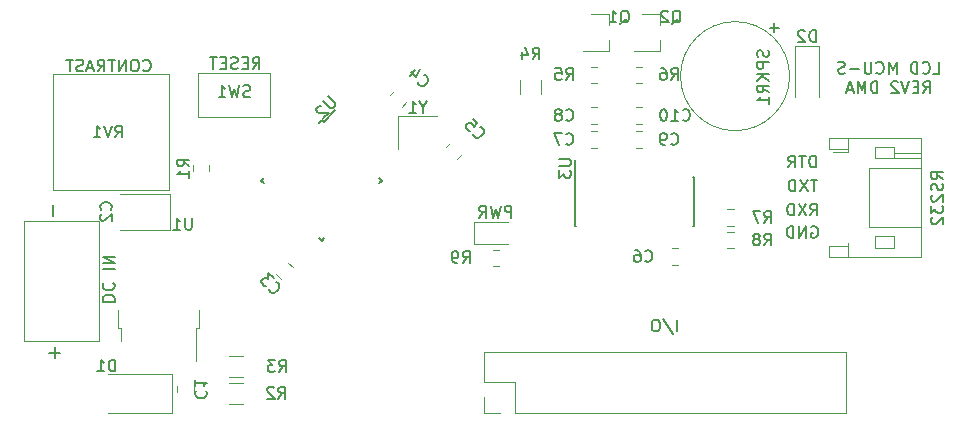
<source format=gbr>
G04 #@! TF.GenerationSoftware,KiCad,Pcbnew,(5.1.0)-1*
G04 #@! TF.CreationDate,2022-04-18T23:31:18-07:00*
G04 #@! TF.ProjectId,1602A_LCD Serial Backpack,31363032-415f-44c4-9344-205365726961,rev?*
G04 #@! TF.SameCoordinates,PX660b0c0PY66ff300*
G04 #@! TF.FileFunction,Legend,Bot*
G04 #@! TF.FilePolarity,Positive*
%FSLAX45Y45*%
G04 Gerber Fmt 4.5, Leading zero omitted, Abs format (unit mm)*
G04 Created by KiCad (PCBNEW (5.1.0)-1) date 2022-04-18 23:31:18*
%MOMM*%
%LPD*%
G04 APERTURE LIST*
%ADD10C,0.150000*%
%ADD11C,0.200000*%
%ADD12C,0.120000*%
%ADD13C,0.100000*%
%ADD14C,1.252000*%
%ADD15O,1.852000X1.302000*%
%ADD16C,3.102000*%
%ADD17O,1.902000X2.702000*%
%ADD18R,1.902000X2.702000*%
%ADD19C,1.527000*%
%ADD20R,3.102000X3.102000*%
%ADD21C,1.427000*%
%ADD22R,1.302000X2.302000*%
%ADD23R,5.902000X6.502000*%
%ADD24R,2.602000X1.902000*%
%ADD25R,1.002000X0.902000*%
%ADD26R,1.702000X1.702000*%
%ADD27C,1.702000*%
%ADD28C,0.652000*%
%ADD29R,1.802000X1.802000*%
%ADD30O,1.802000X1.802000*%
%ADD31C,1.542000*%
%ADD32R,1.252000X1.102000*%
%ADD33R,1.602000X1.602000*%
%ADD34R,1.802000X1.402000*%
%ADD35R,0.702000X1.602000*%
%ADD36C,2.000000*%
G04 APERTURE END LIST*
D10*
X6774386Y2194962D02*
X6774386Y2294962D01*
X6750576Y2294962D01*
X6736290Y2290200D01*
X6726767Y2280676D01*
X6722005Y2271152D01*
X6717243Y2252105D01*
X6717243Y2237819D01*
X6722005Y2218772D01*
X6726767Y2209248D01*
X6736290Y2199724D01*
X6750576Y2194962D01*
X6774386Y2194962D01*
X6688671Y2294962D02*
X6631528Y2294962D01*
X6660100Y2194962D02*
X6660100Y2294962D01*
X6541052Y2194962D02*
X6574386Y2242581D01*
X6598195Y2194962D02*
X6598195Y2294962D01*
X6560100Y2294962D01*
X6550576Y2290200D01*
X6545814Y2285438D01*
X6541052Y2275914D01*
X6541052Y2261629D01*
X6545814Y2252105D01*
X6550576Y2247343D01*
X6560100Y2242581D01*
X6598195Y2242581D01*
X6726767Y1788562D02*
X6760100Y1836181D01*
X6783909Y1788562D02*
X6783909Y1888562D01*
X6745814Y1888562D01*
X6736290Y1883800D01*
X6731528Y1879038D01*
X6726767Y1869514D01*
X6726767Y1855229D01*
X6731528Y1845705D01*
X6736290Y1840943D01*
X6745814Y1836181D01*
X6783909Y1836181D01*
X6693433Y1888562D02*
X6626767Y1788562D01*
X6626767Y1888562D02*
X6693433Y1788562D01*
X6588671Y1788562D02*
X6588671Y1888562D01*
X6564862Y1888562D01*
X6550576Y1883800D01*
X6541052Y1874276D01*
X6536290Y1864752D01*
X6531528Y1845705D01*
X6531528Y1831419D01*
X6536290Y1812371D01*
X6541052Y1802848D01*
X6550576Y1793324D01*
X6564862Y1788562D01*
X6588671Y1788562D01*
X6786290Y2091762D02*
X6729148Y2091762D01*
X6757719Y1991762D02*
X6757719Y2091762D01*
X6705338Y2091762D02*
X6638671Y1991762D01*
X6638671Y2091762D02*
X6705338Y1991762D01*
X6600576Y1991762D02*
X6600576Y2091762D01*
X6576767Y2091762D01*
X6562481Y2087000D01*
X6552957Y2077476D01*
X6548195Y2067952D01*
X6543433Y2048905D01*
X6543433Y2034619D01*
X6548195Y2015571D01*
X6552957Y2006048D01*
X6562481Y1996524D01*
X6576767Y1991762D01*
X6600576Y1991762D01*
X6736290Y1693300D02*
X6745814Y1698062D01*
X6760100Y1698062D01*
X6774386Y1693300D01*
X6783909Y1683776D01*
X6788671Y1674252D01*
X6793433Y1655205D01*
X6793433Y1640919D01*
X6788671Y1621871D01*
X6783909Y1612348D01*
X6774386Y1602824D01*
X6760100Y1598062D01*
X6750576Y1598062D01*
X6736290Y1602824D01*
X6731528Y1607586D01*
X6731528Y1640919D01*
X6750576Y1640919D01*
X6688671Y1598062D02*
X6688671Y1698062D01*
X6631528Y1598062D01*
X6631528Y1698062D01*
X6583909Y1598062D02*
X6583909Y1698062D01*
X6560100Y1698062D01*
X6545814Y1693300D01*
X6536290Y1683776D01*
X6531528Y1674252D01*
X6526767Y1655205D01*
X6526767Y1640919D01*
X6531528Y1621871D01*
X6536290Y1612348D01*
X6545814Y1602824D01*
X6560100Y1598062D01*
X6583909Y1598062D01*
X7848338Y2094924D02*
X7800719Y2128257D01*
X7848338Y2152067D02*
X7748338Y2152067D01*
X7748338Y2113972D01*
X7753100Y2104448D01*
X7757862Y2099686D01*
X7767386Y2094924D01*
X7781671Y2094924D01*
X7791195Y2099686D01*
X7795957Y2104448D01*
X7800719Y2113972D01*
X7800719Y2152067D01*
X7843576Y2056829D02*
X7848338Y2042543D01*
X7848338Y2018733D01*
X7843576Y2009210D01*
X7838814Y2004448D01*
X7829290Y1999686D01*
X7819767Y1999686D01*
X7810243Y2004448D01*
X7805481Y2009210D01*
X7800719Y2018733D01*
X7795957Y2037781D01*
X7791195Y2047305D01*
X7786433Y2052067D01*
X7776909Y2056829D01*
X7767386Y2056829D01*
X7757862Y2052067D01*
X7753100Y2047305D01*
X7748338Y2037781D01*
X7748338Y2013971D01*
X7753100Y1999686D01*
X7757862Y1961590D02*
X7753100Y1956829D01*
X7748338Y1947305D01*
X7748338Y1923495D01*
X7753100Y1913971D01*
X7757862Y1909210D01*
X7767386Y1904448D01*
X7776909Y1904448D01*
X7791195Y1909210D01*
X7848338Y1966352D01*
X7848338Y1904448D01*
X7748338Y1871114D02*
X7748338Y1809210D01*
X7786433Y1842543D01*
X7786433Y1828257D01*
X7791195Y1818733D01*
X7795957Y1813971D01*
X7805481Y1809210D01*
X7829290Y1809210D01*
X7838814Y1813971D01*
X7843576Y1818733D01*
X7848338Y1828257D01*
X7848338Y1856829D01*
X7843576Y1866352D01*
X7838814Y1871114D01*
X7757862Y1771114D02*
X7753100Y1766352D01*
X7748338Y1756829D01*
X7748338Y1733019D01*
X7753100Y1723495D01*
X7757862Y1718733D01*
X7767386Y1713971D01*
X7776909Y1713971D01*
X7791195Y1718733D01*
X7848338Y1775876D01*
X7848338Y1713971D01*
X4195813Y1769422D02*
X4195813Y1869422D01*
X4157718Y1869422D01*
X4148194Y1864660D01*
X4143432Y1859898D01*
X4138670Y1850374D01*
X4138670Y1836089D01*
X4143432Y1826565D01*
X4148194Y1821803D01*
X4157718Y1817041D01*
X4195813Y1817041D01*
X4105337Y1869422D02*
X4081528Y1769422D01*
X4062480Y1840850D01*
X4043432Y1769422D01*
X4019623Y1869422D01*
X3924385Y1769422D02*
X3957718Y1817041D01*
X3981528Y1769422D02*
X3981528Y1869422D01*
X3943432Y1869422D01*
X3933908Y1864660D01*
X3929147Y1859898D01*
X3924385Y1850374D01*
X3924385Y1836089D01*
X3929147Y1826565D01*
X3933908Y1821803D01*
X3943432Y1817041D01*
X3981528Y1817041D01*
D11*
X312429Y1787286D02*
X312429Y1878714D01*
X329571Y670714D02*
X329571Y579286D01*
X375286Y625000D02*
X283857Y625000D01*
D10*
X735562Y1059124D02*
X835562Y1059124D01*
X835562Y1082933D01*
X830800Y1097219D01*
X821276Y1106743D01*
X811752Y1111505D01*
X792705Y1116267D01*
X778419Y1116267D01*
X759371Y1111505D01*
X749848Y1106743D01*
X740324Y1097219D01*
X735562Y1082933D01*
X735562Y1059124D01*
X745086Y1216267D02*
X740324Y1211505D01*
X735562Y1197219D01*
X735562Y1187695D01*
X740324Y1173410D01*
X749848Y1163886D01*
X759371Y1159124D01*
X778419Y1154362D01*
X792705Y1154362D01*
X811752Y1159124D01*
X821276Y1163886D01*
X830800Y1173410D01*
X835562Y1187695D01*
X835562Y1197219D01*
X830800Y1211505D01*
X826038Y1216267D01*
X735562Y1335314D02*
X835562Y1335314D01*
X735562Y1382933D02*
X835562Y1382933D01*
X735562Y1440076D01*
X835562Y1440076D01*
X7767340Y2988662D02*
X7814959Y2988662D01*
X7814959Y3088662D01*
X7676864Y2998186D02*
X7681626Y2993424D01*
X7695912Y2988662D01*
X7705436Y2988662D01*
X7719721Y2993424D01*
X7729245Y3002948D01*
X7734007Y3012471D01*
X7738769Y3031519D01*
X7738769Y3045805D01*
X7734007Y3064852D01*
X7729245Y3074376D01*
X7719721Y3083900D01*
X7705436Y3088662D01*
X7695912Y3088662D01*
X7681626Y3083900D01*
X7676864Y3079138D01*
X7634007Y2988662D02*
X7634007Y3088662D01*
X7610198Y3088662D01*
X7595912Y3083900D01*
X7586388Y3074376D01*
X7581626Y3064852D01*
X7576864Y3045805D01*
X7576864Y3031519D01*
X7581626Y3012471D01*
X7586388Y3002948D01*
X7595912Y2993424D01*
X7610198Y2988662D01*
X7634007Y2988662D01*
X7457817Y2988662D02*
X7457817Y3088662D01*
X7424483Y3017233D01*
X7391150Y3088662D01*
X7391150Y2988662D01*
X7286388Y2998186D02*
X7291150Y2993424D01*
X7305436Y2988662D01*
X7314959Y2988662D01*
X7329245Y2993424D01*
X7338769Y3002948D01*
X7343531Y3012471D01*
X7348293Y3031519D01*
X7348293Y3045805D01*
X7343531Y3064852D01*
X7338769Y3074376D01*
X7329245Y3083900D01*
X7314959Y3088662D01*
X7305436Y3088662D01*
X7291150Y3083900D01*
X7286388Y3079138D01*
X7243531Y3088662D02*
X7243531Y3007710D01*
X7238769Y2998186D01*
X7234007Y2993424D01*
X7224483Y2988662D01*
X7205436Y2988662D01*
X7195912Y2993424D01*
X7191150Y2998186D01*
X7186388Y3007710D01*
X7186388Y3088662D01*
X7138769Y3026757D02*
X7062578Y3026757D01*
X7019721Y2993424D02*
X7005436Y2988662D01*
X6981626Y2988662D01*
X6972102Y2993424D01*
X6967340Y2998186D01*
X6962578Y3007710D01*
X6962578Y3017233D01*
X6967340Y3026757D01*
X6972102Y3031519D01*
X6981626Y3036281D01*
X7000674Y3041043D01*
X7010198Y3045805D01*
X7014959Y3050567D01*
X7019721Y3060090D01*
X7019721Y3069614D01*
X7014959Y3079138D01*
X7010198Y3083900D01*
X7000674Y3088662D01*
X6976864Y3088662D01*
X6962578Y3083900D01*
X7684007Y2823662D02*
X7717340Y2871281D01*
X7741150Y2823662D02*
X7741150Y2923662D01*
X7703055Y2923662D01*
X7693531Y2918900D01*
X7688769Y2914138D01*
X7684007Y2904614D01*
X7684007Y2890329D01*
X7688769Y2880805D01*
X7693531Y2876043D01*
X7703055Y2871281D01*
X7741150Y2871281D01*
X7641150Y2876043D02*
X7607817Y2876043D01*
X7593531Y2823662D02*
X7641150Y2823662D01*
X7641150Y2923662D01*
X7593531Y2923662D01*
X7564959Y2923662D02*
X7531626Y2823662D01*
X7498293Y2923662D01*
X7469721Y2914138D02*
X7464959Y2918900D01*
X7455436Y2923662D01*
X7431626Y2923662D01*
X7422102Y2918900D01*
X7417340Y2914138D01*
X7412578Y2904614D01*
X7412578Y2895090D01*
X7417340Y2880805D01*
X7474483Y2823662D01*
X7412578Y2823662D01*
X7293531Y2823662D02*
X7293531Y2923662D01*
X7269721Y2923662D01*
X7255436Y2918900D01*
X7245912Y2909376D01*
X7241150Y2899852D01*
X7236388Y2880805D01*
X7236388Y2866519D01*
X7241150Y2847471D01*
X7245912Y2837948D01*
X7255436Y2828424D01*
X7269721Y2823662D01*
X7293531Y2823662D01*
X7193531Y2823662D02*
X7193531Y2923662D01*
X7160198Y2852233D01*
X7126864Y2923662D01*
X7126864Y2823662D01*
X7084007Y2852233D02*
X7036388Y2852233D01*
X7093531Y2823662D02*
X7060198Y2923662D01*
X7026864Y2823662D01*
X5599802Y805582D02*
X5599802Y905582D01*
X5480754Y910344D02*
X5566469Y781772D01*
X5428373Y905582D02*
X5409326Y905582D01*
X5399802Y900820D01*
X5390278Y891296D01*
X5385516Y872249D01*
X5385516Y838915D01*
X5390278Y819868D01*
X5399802Y810344D01*
X5409326Y805582D01*
X5428373Y805582D01*
X5437897Y810344D01*
X5447421Y819868D01*
X5452183Y838915D01*
X5452183Y872249D01*
X5447421Y891296D01*
X5437897Y900820D01*
X5428373Y905582D01*
X2005538Y3028082D02*
X2038871Y3075701D01*
X2062681Y3028082D02*
X2062681Y3128082D01*
X2024586Y3128082D01*
X2015062Y3123320D01*
X2010300Y3118558D01*
X2005538Y3109034D01*
X2005538Y3094749D01*
X2010300Y3085225D01*
X2015062Y3080463D01*
X2024586Y3075701D01*
X2062681Y3075701D01*
X1962681Y3080463D02*
X1929348Y3080463D01*
X1915062Y3028082D02*
X1962681Y3028082D01*
X1962681Y3128082D01*
X1915062Y3128082D01*
X1876967Y3032844D02*
X1862681Y3028082D01*
X1838871Y3028082D01*
X1829348Y3032844D01*
X1824586Y3037606D01*
X1819824Y3047130D01*
X1819824Y3056653D01*
X1824586Y3066177D01*
X1829348Y3070939D01*
X1838871Y3075701D01*
X1857919Y3080463D01*
X1867443Y3085225D01*
X1872205Y3089987D01*
X1876967Y3099510D01*
X1876967Y3109034D01*
X1872205Y3118558D01*
X1867443Y3123320D01*
X1857919Y3128082D01*
X1834109Y3128082D01*
X1819824Y3123320D01*
X1776967Y3080463D02*
X1743633Y3080463D01*
X1729348Y3028082D02*
X1776967Y3028082D01*
X1776967Y3128082D01*
X1729348Y3128082D01*
X1700776Y3128082D02*
X1643633Y3128082D01*
X1672205Y3028082D02*
X1672205Y3128082D01*
X1078896Y3017286D02*
X1083658Y3012524D01*
X1097944Y3007762D01*
X1107468Y3007762D01*
X1121753Y3012524D01*
X1131277Y3022048D01*
X1136039Y3031571D01*
X1140801Y3050619D01*
X1140801Y3064905D01*
X1136039Y3083952D01*
X1131277Y3093476D01*
X1121753Y3103000D01*
X1107468Y3107762D01*
X1097944Y3107762D01*
X1083658Y3103000D01*
X1078896Y3098238D01*
X1016991Y3107762D02*
X997944Y3107762D01*
X988420Y3103000D01*
X978896Y3093476D01*
X974134Y3074429D01*
X974134Y3041095D01*
X978896Y3022048D01*
X988420Y3012524D01*
X997944Y3007762D01*
X1016991Y3007762D01*
X1026515Y3012524D01*
X1036039Y3022048D01*
X1040801Y3041095D01*
X1040801Y3074429D01*
X1036039Y3093476D01*
X1026515Y3103000D01*
X1016991Y3107762D01*
X931277Y3007762D02*
X931277Y3107762D01*
X874134Y3007762D01*
X874134Y3107762D01*
X840801Y3107762D02*
X783658Y3107762D01*
X812229Y3007762D02*
X812229Y3107762D01*
X693182Y3007762D02*
X726515Y3055381D01*
X750325Y3007762D02*
X750325Y3107762D01*
X712229Y3107762D01*
X702706Y3103000D01*
X697944Y3098238D01*
X693182Y3088714D01*
X693182Y3074429D01*
X697944Y3064905D01*
X702706Y3060143D01*
X712229Y3055381D01*
X750325Y3055381D01*
X655087Y3036333D02*
X607468Y3036333D01*
X664610Y3007762D02*
X631277Y3107762D01*
X597944Y3007762D01*
X569372Y3012524D02*
X555087Y3007762D01*
X531277Y3007762D01*
X521753Y3012524D01*
X516991Y3017286D01*
X512229Y3026810D01*
X512229Y3036333D01*
X516991Y3045857D01*
X521753Y3050619D01*
X531277Y3055381D01*
X550325Y3060143D01*
X559849Y3064905D01*
X564610Y3069667D01*
X569372Y3079190D01*
X569372Y3088714D01*
X564610Y3098238D01*
X559849Y3103000D01*
X550325Y3107762D01*
X526515Y3107762D01*
X512229Y3103000D01*
X483658Y3107762D02*
X426515Y3107762D01*
X455087Y3007762D02*
X455087Y3107762D01*
D12*
X5554375Y1510920D02*
X5606625Y1510920D01*
X5554375Y1368920D02*
X5606625Y1368920D01*
X7041600Y2326200D02*
X7041600Y2354200D01*
X7041600Y2354200D02*
X6881600Y2354200D01*
X6881600Y2354200D02*
X6881600Y2446200D01*
X6881600Y2446200D02*
X7663600Y2446200D01*
X7663600Y2446200D02*
X7663600Y1434200D01*
X7663600Y1434200D02*
X6881600Y1434200D01*
X6881600Y1434200D02*
X6881600Y1526200D01*
X6881600Y1526200D02*
X7041600Y1526200D01*
X7041600Y1526200D02*
X7041600Y1554200D01*
X7663600Y2190200D02*
X7227600Y2190200D01*
X7227600Y2190200D02*
X7227600Y1690200D01*
X7227600Y1690200D02*
X7663600Y1690200D01*
X7041600Y2446200D02*
X7041600Y2354200D01*
X7041600Y1434200D02*
X7041600Y1526200D01*
X7277600Y2370200D02*
X7437600Y2370200D01*
X7437600Y2370200D02*
X7437600Y2270200D01*
X7437600Y2270200D02*
X7277600Y2270200D01*
X7277600Y2270200D02*
X7277600Y2370200D01*
X7277600Y1510200D02*
X7437600Y1510200D01*
X7437600Y1510200D02*
X7437600Y1610200D01*
X7437600Y1610200D02*
X7277600Y1610200D01*
X7277600Y1610200D02*
X7277600Y1510200D01*
X7437600Y2270200D02*
X7663600Y2270200D01*
X7437600Y2320200D02*
X7663600Y2320200D01*
X7041600Y2326200D02*
X6920100Y2326200D01*
X5303625Y2906900D02*
X5251375Y2906900D01*
X5303625Y3048900D02*
X5251375Y3048900D01*
X4266910Y2935406D02*
X4266910Y2814994D01*
X4448910Y2935406D02*
X4448910Y2814994D01*
X702000Y721000D02*
X67000Y721000D01*
X702000Y1737000D02*
X702000Y721000D01*
X67000Y1737000D02*
X702000Y1737000D01*
X67000Y1737000D02*
X67000Y721000D01*
X885200Y1967020D02*
X1306200Y1967020D01*
X1306200Y1967020D02*
X1306200Y1665020D01*
X1306200Y1665020D02*
X885200Y1665020D01*
X1551250Y987500D02*
X1551250Y837500D01*
X1551250Y837500D02*
X1524250Y837500D01*
X1524250Y837500D02*
X1524250Y554500D01*
X861250Y987500D02*
X861250Y837500D01*
X861250Y837500D02*
X888250Y837500D01*
X888250Y837500D02*
X888250Y727500D01*
X4922625Y2906900D02*
X4870375Y2906900D01*
X4922625Y3048900D02*
X4870375Y3048900D01*
X2205642Y1288989D02*
X2242589Y1252042D01*
X2306051Y1389398D02*
X2342998Y1352451D01*
X1363250Y293835D02*
X1363250Y346085D01*
X1505250Y293835D02*
X1505250Y346085D01*
X3205249Y2844818D02*
X3168302Y2807871D01*
X3305658Y2744409D02*
X3268711Y2707462D01*
X3675149Y2405398D02*
X3638202Y2368451D01*
X3775558Y2304989D02*
X3738611Y2268042D01*
X1324000Y443812D02*
X1324000Y113812D01*
X1324000Y113812D02*
X784000Y113812D01*
X1324000Y443812D02*
X784000Y443812D01*
X5019860Y3492940D02*
X5019860Y3399940D01*
X5019860Y3176940D02*
X5019860Y3269940D01*
X5019860Y3176940D02*
X4803860Y3176940D01*
X5019860Y3492940D02*
X4873860Y3492940D01*
X5451660Y3492940D02*
X5305660Y3492940D01*
X5451660Y3176940D02*
X5235660Y3176940D01*
X5451660Y3176940D02*
X5451660Y3269940D01*
X5451660Y3492940D02*
X5451660Y3399940D01*
X1497200Y2160125D02*
X1497200Y2212375D01*
X1639200Y2160125D02*
X1639200Y2212375D01*
X6551400Y2967300D02*
G75*
G03X6551400Y2967300I-462000J0D01*
G01*
D10*
X2589280Y2595372D02*
X2605190Y2579463D01*
X2076628Y2082720D02*
X2099609Y2059739D01*
X2589280Y1570068D02*
X2566299Y1593049D01*
X3101932Y2082720D02*
X3078951Y2105701D01*
X2589280Y2595372D02*
X2566299Y2572391D01*
X3101932Y2082720D02*
X3078951Y2059739D01*
X2589280Y1570068D02*
X2612261Y1593049D01*
X2076628Y2082720D02*
X2099609Y2105701D01*
X2605190Y2579463D02*
X2705953Y2680225D01*
D12*
X3967000Y636000D02*
X3967000Y376000D01*
X3967000Y636000D02*
X7027000Y636000D01*
X7027000Y636000D02*
X7027000Y116000D01*
X4227000Y116000D02*
X7027000Y116000D01*
X4227000Y376000D02*
X4227000Y116000D01*
X3967000Y376000D02*
X4227000Y376000D01*
X3967000Y116000D02*
X4100000Y116000D01*
X3967000Y249000D02*
X3967000Y116000D01*
X316200Y2005700D02*
X1293200Y2005700D01*
X316200Y2982700D02*
X1293200Y2982700D01*
X316200Y2005700D02*
X316200Y2982700D01*
X1293200Y2005700D02*
X1293200Y2982700D01*
X3237080Y2346580D02*
X3237080Y2626580D01*
X3237080Y2626580D02*
X3567080Y2626580D01*
X1806444Y370320D02*
X1926856Y370320D01*
X1806444Y188320D02*
X1926856Y188320D01*
X1926856Y598920D02*
X1806444Y598920D01*
X1926856Y416920D02*
X1806444Y416920D01*
X1544000Y2625000D02*
X2156000Y2625000D01*
X2156000Y2625000D02*
X2156000Y2995000D01*
X2156000Y2995000D02*
X1544000Y2995000D01*
X1544000Y2995000D02*
X1544000Y2625000D01*
X6599000Y2791640D02*
X6599000Y3221640D01*
X6599000Y3221640D02*
X6799000Y3221640D01*
X6799000Y3221640D02*
X6799000Y2791640D01*
X4038025Y1357580D02*
X4090275Y1357580D01*
X4038025Y1499580D02*
X4090275Y1499580D01*
X4164150Y1543200D02*
X3878150Y1543200D01*
X3878150Y1543200D02*
X3878150Y1735200D01*
X3878150Y1735200D02*
X4164150Y1735200D01*
X4870375Y2358500D02*
X4922625Y2358500D01*
X4870375Y2500500D02*
X4922625Y2500500D01*
X4870375Y2703700D02*
X4922625Y2703700D01*
X4870375Y2561700D02*
X4922625Y2561700D01*
X5251375Y2500500D02*
X5303625Y2500500D01*
X5251375Y2358500D02*
X5303625Y2358500D01*
X5303625Y2703700D02*
X5251375Y2703700D01*
X5303625Y2561700D02*
X5251375Y2561700D01*
D10*
X4731000Y2116700D02*
X4733500Y2116700D01*
X4731000Y1701700D02*
X4741500Y1701700D01*
X5746000Y1701700D02*
X5735500Y1701700D01*
X5746000Y2116700D02*
X5735500Y2116700D01*
X4731000Y2116700D02*
X4731000Y1701700D01*
X5746000Y2116700D02*
X5746000Y1701700D01*
X4733500Y2116700D02*
X4733500Y2254200D01*
D12*
X6077145Y1840920D02*
X6024895Y1840920D01*
X6077145Y1698920D02*
X6024895Y1698920D01*
X6077145Y1508920D02*
X6024895Y1508920D01*
X6077145Y1650920D02*
X6024895Y1650920D01*
D10*
X5327687Y1404206D02*
X5332449Y1399444D01*
X5346734Y1394682D01*
X5356258Y1394682D01*
X5370544Y1399444D01*
X5380068Y1408968D01*
X5384830Y1418491D01*
X5389591Y1437539D01*
X5389591Y1451825D01*
X5384830Y1470872D01*
X5380068Y1480396D01*
X5370544Y1489920D01*
X5356258Y1494682D01*
X5346734Y1494682D01*
X5332449Y1489920D01*
X5327687Y1485158D01*
X5241972Y1494682D02*
X5261020Y1494682D01*
X5270544Y1489920D01*
X5275306Y1485158D01*
X5284830Y1470872D01*
X5289591Y1451825D01*
X5289591Y1413730D01*
X5284830Y1404206D01*
X5280068Y1399444D01*
X5270544Y1394682D01*
X5251496Y1394682D01*
X5241972Y1399444D01*
X5237210Y1404206D01*
X5232449Y1413730D01*
X5232449Y1437539D01*
X5237210Y1447063D01*
X5241972Y1451825D01*
X5251496Y1456587D01*
X5270544Y1456587D01*
X5280068Y1451825D01*
X5284830Y1447063D01*
X5289591Y1437539D01*
X5547267Y2934262D02*
X5580600Y2981881D01*
X5604409Y2934262D02*
X5604409Y3034262D01*
X5566314Y3034262D01*
X5556790Y3029500D01*
X5552029Y3024738D01*
X5547267Y3015214D01*
X5547267Y3000929D01*
X5552029Y2991405D01*
X5556790Y2986643D01*
X5566314Y2981881D01*
X5604409Y2981881D01*
X5461552Y3034262D02*
X5480600Y3034262D01*
X5490124Y3029500D01*
X5494886Y3024738D01*
X5504410Y3010452D01*
X5509171Y2991405D01*
X5509171Y2953310D01*
X5504410Y2943786D01*
X5499648Y2939024D01*
X5490124Y2934262D01*
X5471076Y2934262D01*
X5461552Y2939024D01*
X5456790Y2943786D01*
X5452029Y2953310D01*
X5452029Y2977119D01*
X5456790Y2986643D01*
X5461552Y2991405D01*
X5471076Y2996167D01*
X5490124Y2996167D01*
X5499648Y2991405D01*
X5504410Y2986643D01*
X5509171Y2977119D01*
X4374577Y3109362D02*
X4407910Y3156981D01*
X4431720Y3109362D02*
X4431720Y3209362D01*
X4393624Y3209362D01*
X4384100Y3204600D01*
X4379339Y3199838D01*
X4374577Y3190314D01*
X4374577Y3176029D01*
X4379339Y3166505D01*
X4384100Y3161743D01*
X4393624Y3156981D01*
X4431720Y3156981D01*
X4288862Y3176029D02*
X4288862Y3109362D01*
X4312672Y3214124D02*
X4336481Y3142695D01*
X4274577Y3142695D01*
X803814Y1837767D02*
X808576Y1842529D01*
X813338Y1856814D01*
X813338Y1866338D01*
X808576Y1880624D01*
X799052Y1890148D01*
X789528Y1894910D01*
X770481Y1899671D01*
X756195Y1899671D01*
X737148Y1894910D01*
X727624Y1890148D01*
X718100Y1880624D01*
X713338Y1866338D01*
X713338Y1856814D01*
X718100Y1842529D01*
X722862Y1837767D01*
X722862Y1799671D02*
X718100Y1794910D01*
X713338Y1785386D01*
X713338Y1761576D01*
X718100Y1752052D01*
X722862Y1747290D01*
X732386Y1742529D01*
X741909Y1742529D01*
X756195Y1747290D01*
X813338Y1804433D01*
X813338Y1742529D01*
X1491990Y1767912D02*
X1491990Y1686960D01*
X1487228Y1677436D01*
X1482467Y1672674D01*
X1472943Y1667912D01*
X1453895Y1667912D01*
X1444371Y1672674D01*
X1439609Y1677436D01*
X1434848Y1686960D01*
X1434848Y1767912D01*
X1334848Y1667912D02*
X1391990Y1667912D01*
X1363419Y1667912D02*
X1363419Y1767912D01*
X1372943Y1753626D01*
X1382467Y1744102D01*
X1391990Y1739340D01*
X4658267Y2934262D02*
X4691600Y2981881D01*
X4715410Y2934262D02*
X4715410Y3034262D01*
X4677314Y3034262D01*
X4667790Y3029500D01*
X4663029Y3024738D01*
X4658267Y3015214D01*
X4658267Y3000929D01*
X4663029Y2991405D01*
X4667790Y2986643D01*
X4677314Y2981881D01*
X4715410Y2981881D01*
X4567790Y3034262D02*
X4615410Y3034262D01*
X4620171Y2986643D01*
X4615410Y2991405D01*
X4605886Y2996167D01*
X4582076Y2996167D01*
X4572552Y2991405D01*
X4567790Y2986643D01*
X4563029Y2977119D01*
X4563029Y2953310D01*
X4567790Y2943786D01*
X4572552Y2939024D01*
X4582076Y2934262D01*
X4605886Y2934262D01*
X4615410Y2939024D01*
X4620171Y2943786D01*
X2141471Y1166841D02*
X2141471Y1160107D01*
X2148206Y1146638D01*
X2154940Y1139904D01*
X2168409Y1133169D01*
X2181877Y1133169D01*
X2191979Y1136537D01*
X2208815Y1146638D01*
X2218916Y1156740D01*
X2229018Y1173576D01*
X2232385Y1183677D01*
X2232385Y1197146D01*
X2225651Y1210614D01*
X2218916Y1217349D01*
X2205448Y1224083D01*
X2198713Y1224083D01*
X2181877Y1254388D02*
X2138104Y1298161D01*
X2134737Y1247653D01*
X2124635Y1257755D01*
X2114534Y1261122D01*
X2107799Y1261122D01*
X2097698Y1257755D01*
X2080862Y1240919D01*
X2077495Y1230818D01*
X2077495Y1224083D01*
X2080862Y1213982D01*
X2101065Y1193779D01*
X2111167Y1190411D01*
X2117901Y1190411D01*
X1528076Y303293D02*
X1523314Y298532D01*
X1518552Y284246D01*
X1518552Y274722D01*
X1523314Y260436D01*
X1532838Y250912D01*
X1542361Y246150D01*
X1561409Y241389D01*
X1575695Y241389D01*
X1594742Y246150D01*
X1604266Y250912D01*
X1613790Y260436D01*
X1618552Y274722D01*
X1618552Y284246D01*
X1613790Y298532D01*
X1609028Y303293D01*
X1518552Y398531D02*
X1518552Y341389D01*
X1518552Y369960D02*
X1618552Y369960D01*
X1604266Y360436D01*
X1594742Y350912D01*
X1589980Y341389D01*
X3401311Y2916901D02*
X3401311Y2910167D01*
X3408046Y2896698D01*
X3414780Y2889964D01*
X3428249Y2883229D01*
X3441717Y2883229D01*
X3451819Y2886596D01*
X3468655Y2896698D01*
X3478756Y2906800D01*
X3488858Y2923635D01*
X3492225Y2933737D01*
X3492225Y2947206D01*
X3485491Y2960674D01*
X3478756Y2967409D01*
X3465288Y2974143D01*
X3458553Y2974143D01*
X3381108Y3017916D02*
X3333968Y2970776D01*
X3424881Y3028018D02*
X3391210Y2960674D01*
X3347436Y3004448D01*
X3873016Y2479286D02*
X3873016Y2472552D01*
X3879751Y2459083D01*
X3886485Y2452349D01*
X3899954Y2445615D01*
X3913422Y2445615D01*
X3923524Y2448982D01*
X3940360Y2459083D01*
X3950461Y2469185D01*
X3960563Y2486021D01*
X3963930Y2496122D01*
X3963930Y2509591D01*
X3957196Y2523060D01*
X3950461Y2529794D01*
X3936993Y2536528D01*
X3930258Y2536528D01*
X3873016Y2607239D02*
X3906688Y2573567D01*
X3876383Y2536528D01*
X3876383Y2543263D01*
X3873016Y2553364D01*
X3856180Y2570200D01*
X3846079Y2573567D01*
X3839345Y2573567D01*
X3829243Y2570200D01*
X3812407Y2553364D01*
X3809040Y2543263D01*
X3809040Y2536528D01*
X3812407Y2526427D01*
X3829243Y2509591D01*
X3839345Y2506224D01*
X3846079Y2506224D01*
X841909Y467762D02*
X841909Y567762D01*
X818100Y567762D01*
X803814Y563000D01*
X794290Y553476D01*
X789528Y543952D01*
X784767Y524905D01*
X784767Y510619D01*
X789528Y491571D01*
X794290Y482048D01*
X803814Y472524D01*
X818100Y467762D01*
X841909Y467762D01*
X689529Y467762D02*
X746671Y467762D01*
X718100Y467762D02*
X718100Y567762D01*
X727624Y553476D01*
X737148Y543952D01*
X746671Y539191D01*
X5118484Y3412258D02*
X5128008Y3417020D01*
X5137531Y3426544D01*
X5151817Y3440830D01*
X5161341Y3445591D01*
X5170865Y3445591D01*
X5166103Y3421782D02*
X5175627Y3426544D01*
X5185150Y3436068D01*
X5189912Y3455115D01*
X5189912Y3488449D01*
X5185150Y3507496D01*
X5175627Y3517020D01*
X5166103Y3521782D01*
X5147055Y3521782D01*
X5137531Y3517020D01*
X5128008Y3507496D01*
X5123246Y3488449D01*
X5123246Y3455115D01*
X5128008Y3436068D01*
X5137531Y3426544D01*
X5147055Y3421782D01*
X5166103Y3421782D01*
X5028008Y3421782D02*
X5085150Y3421782D01*
X5056579Y3421782D02*
X5056579Y3521782D01*
X5066103Y3507496D01*
X5075627Y3497972D01*
X5085150Y3493210D01*
X5555364Y3412258D02*
X5564888Y3417020D01*
X5574411Y3426544D01*
X5588697Y3440830D01*
X5598221Y3445591D01*
X5607745Y3445591D01*
X5602983Y3421782D02*
X5612507Y3426544D01*
X5622030Y3436068D01*
X5626792Y3455115D01*
X5626792Y3488449D01*
X5622030Y3507496D01*
X5612507Y3517020D01*
X5602983Y3521782D01*
X5583935Y3521782D01*
X5574411Y3517020D01*
X5564888Y3507496D01*
X5560126Y3488449D01*
X5560126Y3455115D01*
X5564888Y3436068D01*
X5574411Y3426544D01*
X5583935Y3421782D01*
X5602983Y3421782D01*
X5522030Y3512258D02*
X5517269Y3517020D01*
X5507745Y3521782D01*
X5483935Y3521782D01*
X5474411Y3517020D01*
X5469650Y3512258D01*
X5464888Y3502734D01*
X5464888Y3493210D01*
X5469650Y3478925D01*
X5526792Y3421782D01*
X5464888Y3421782D01*
X1467388Y2202917D02*
X1419769Y2236250D01*
X1467388Y2260060D02*
X1367388Y2260060D01*
X1367388Y2221964D01*
X1372150Y2212441D01*
X1376912Y2207679D01*
X1386436Y2202917D01*
X1400721Y2202917D01*
X1410245Y2207679D01*
X1415007Y2212441D01*
X1419769Y2221964D01*
X1419769Y2260060D01*
X1467388Y2107679D02*
X1467388Y2164822D01*
X1467388Y2136250D02*
X1367388Y2136250D01*
X1381674Y2145774D01*
X1391198Y2155298D01*
X1395960Y2164822D01*
X6371176Y3186190D02*
X6375938Y3171905D01*
X6375938Y3148095D01*
X6371176Y3138571D01*
X6366414Y3133810D01*
X6356890Y3129048D01*
X6347367Y3129048D01*
X6337843Y3133810D01*
X6333081Y3138571D01*
X6328319Y3148095D01*
X6323557Y3167143D01*
X6318795Y3176667D01*
X6314033Y3181429D01*
X6304509Y3186190D01*
X6294986Y3186190D01*
X6285462Y3181429D01*
X6280700Y3176667D01*
X6275938Y3167143D01*
X6275938Y3143333D01*
X6280700Y3129048D01*
X6375938Y3086190D02*
X6275938Y3086190D01*
X6275938Y3048095D01*
X6280700Y3038571D01*
X6285462Y3033810D01*
X6294986Y3029048D01*
X6309271Y3029048D01*
X6318795Y3033810D01*
X6323557Y3038571D01*
X6328319Y3048095D01*
X6328319Y3086190D01*
X6375938Y2986190D02*
X6275938Y2986190D01*
X6375938Y2929048D02*
X6318795Y2971905D01*
X6275938Y2929048D02*
X6333081Y2986190D01*
X6375938Y2829048D02*
X6328319Y2862381D01*
X6375938Y2886190D02*
X6275938Y2886190D01*
X6275938Y2848095D01*
X6280700Y2838571D01*
X6285462Y2833810D01*
X6294986Y2829048D01*
X6309271Y2829048D01*
X6318795Y2833810D01*
X6323557Y2838571D01*
X6328319Y2848095D01*
X6328319Y2886190D01*
X6375938Y2733810D02*
X6375938Y2790952D01*
X6375938Y2762381D02*
X6275938Y2762381D01*
X6290224Y2771905D01*
X6299748Y2781429D01*
X6304509Y2790952D01*
X6457495Y3378157D02*
X6381305Y3378157D01*
X6419400Y3340062D02*
X6419400Y3416252D01*
X2645072Y2795077D02*
X2702314Y2737835D01*
X2705681Y2727734D01*
X2705681Y2721000D01*
X2702314Y2710898D01*
X2688846Y2697429D01*
X2678744Y2694062D01*
X2672010Y2694062D01*
X2661908Y2697429D01*
X2604666Y2754671D01*
X2581096Y2717632D02*
X2574362Y2717632D01*
X2564260Y2714265D01*
X2547424Y2697429D01*
X2544057Y2687328D01*
X2544057Y2680593D01*
X2547424Y2670492D01*
X2554159Y2663758D01*
X2567627Y2657023D01*
X2648439Y2657023D01*
X2604666Y2613250D01*
X840324Y2448962D02*
X873657Y2496581D01*
X897467Y2448962D02*
X897467Y2548962D01*
X859371Y2548962D01*
X849848Y2544200D01*
X845086Y2539438D01*
X840324Y2529914D01*
X840324Y2515629D01*
X845086Y2506105D01*
X849848Y2501343D01*
X859371Y2496581D01*
X897467Y2496581D01*
X811752Y2548962D02*
X778419Y2448962D01*
X745086Y2548962D01*
X659371Y2448962D02*
X716514Y2448962D01*
X687943Y2448962D02*
X687943Y2548962D01*
X697467Y2534676D01*
X706990Y2525152D01*
X716514Y2520391D01*
X3449699Y2704861D02*
X3449699Y2657242D01*
X3483032Y2757242D02*
X3449699Y2704861D01*
X3416366Y2757242D01*
X3330651Y2657242D02*
X3387794Y2657242D01*
X3359223Y2657242D02*
X3359223Y2757242D01*
X3368747Y2742956D01*
X3378270Y2733432D01*
X3387794Y2728671D01*
X2223677Y236622D02*
X2257010Y284241D01*
X2280820Y236622D02*
X2280820Y336622D01*
X2242724Y336622D01*
X2233200Y331860D01*
X2228439Y327098D01*
X2223677Y317574D01*
X2223677Y303289D01*
X2228439Y293765D01*
X2233200Y289003D01*
X2242724Y284241D01*
X2280820Y284241D01*
X2185581Y327098D02*
X2180820Y331860D01*
X2171296Y336622D01*
X2147486Y336622D01*
X2137962Y331860D01*
X2133200Y327098D01*
X2128439Y317574D01*
X2128439Y308051D01*
X2133200Y293765D01*
X2190343Y236622D01*
X2128439Y236622D01*
X2228757Y462682D02*
X2262090Y510301D01*
X2285900Y462682D02*
X2285900Y562682D01*
X2247804Y562682D01*
X2238280Y557920D01*
X2233519Y553158D01*
X2228757Y543634D01*
X2228757Y529349D01*
X2233519Y519825D01*
X2238280Y515063D01*
X2247804Y510301D01*
X2285900Y510301D01*
X2195423Y562682D02*
X2133519Y562682D01*
X2166852Y524587D01*
X2152566Y524587D01*
X2143042Y519825D01*
X2138280Y515063D01*
X2133519Y505539D01*
X2133519Y481730D01*
X2138280Y472206D01*
X2143042Y467444D01*
X2152566Y462682D01*
X2181138Y462682D01*
X2190661Y467444D01*
X2195423Y472206D01*
X1983333Y2794924D02*
X1969048Y2790162D01*
X1945238Y2790162D01*
X1935714Y2794924D01*
X1930952Y2799686D01*
X1926190Y2809210D01*
X1926190Y2818733D01*
X1930952Y2828257D01*
X1935714Y2833019D01*
X1945238Y2837781D01*
X1964286Y2842543D01*
X1973809Y2847305D01*
X1978571Y2852067D01*
X1983333Y2861590D01*
X1983333Y2871114D01*
X1978571Y2880638D01*
X1973809Y2885400D01*
X1964286Y2890162D01*
X1940476Y2890162D01*
X1926190Y2885400D01*
X1892857Y2890162D02*
X1869048Y2790162D01*
X1850000Y2861590D01*
X1830952Y2790162D01*
X1807143Y2890162D01*
X1716667Y2790162D02*
X1773809Y2790162D01*
X1745238Y2790162D02*
X1745238Y2890162D01*
X1754762Y2875876D01*
X1764286Y2866352D01*
X1773809Y2861590D01*
X6772809Y3256682D02*
X6772809Y3356682D01*
X6749000Y3356682D01*
X6734714Y3351920D01*
X6725190Y3342396D01*
X6720428Y3332872D01*
X6715667Y3313825D01*
X6715667Y3299539D01*
X6720428Y3280491D01*
X6725190Y3270968D01*
X6734714Y3261444D01*
X6749000Y3256682D01*
X6772809Y3256682D01*
X6677571Y3347158D02*
X6672809Y3351920D01*
X6663286Y3356682D01*
X6639476Y3356682D01*
X6629952Y3351920D01*
X6625190Y3347158D01*
X6620428Y3337634D01*
X6620428Y3328110D01*
X6625190Y3313825D01*
X6682333Y3256682D01*
X6620428Y3256682D01*
X3784507Y1385882D02*
X3817840Y1433501D01*
X3841649Y1385882D02*
X3841649Y1485882D01*
X3803554Y1485882D01*
X3794030Y1481120D01*
X3789268Y1476358D01*
X3784507Y1466834D01*
X3784507Y1452549D01*
X3789268Y1443025D01*
X3794030Y1438263D01*
X3803554Y1433501D01*
X3841649Y1433501D01*
X3736888Y1385882D02*
X3717840Y1385882D01*
X3708316Y1390644D01*
X3703554Y1395406D01*
X3694030Y1409691D01*
X3689268Y1428739D01*
X3689268Y1466834D01*
X3694030Y1476358D01*
X3698792Y1481120D01*
X3708316Y1485882D01*
X3727364Y1485882D01*
X3736888Y1481120D01*
X3741649Y1476358D01*
X3746411Y1466834D01*
X3746411Y1443025D01*
X3741649Y1433501D01*
X3736888Y1428739D01*
X3727364Y1423977D01*
X3708316Y1423977D01*
X3698792Y1428739D01*
X3694030Y1433501D01*
X3689268Y1443025D01*
X4658267Y2394986D02*
X4663029Y2390224D01*
X4677314Y2385462D01*
X4686838Y2385462D01*
X4701124Y2390224D01*
X4710648Y2399748D01*
X4715410Y2409272D01*
X4720171Y2428319D01*
X4720171Y2442605D01*
X4715410Y2461652D01*
X4710648Y2471176D01*
X4701124Y2480700D01*
X4686838Y2485462D01*
X4677314Y2485462D01*
X4663029Y2480700D01*
X4658267Y2475938D01*
X4624933Y2485462D02*
X4558267Y2485462D01*
X4601124Y2385462D01*
X4658267Y2598186D02*
X4663029Y2593424D01*
X4677314Y2588662D01*
X4686838Y2588662D01*
X4701124Y2593424D01*
X4710648Y2602948D01*
X4715410Y2612472D01*
X4720171Y2631519D01*
X4720171Y2645805D01*
X4715410Y2664852D01*
X4710648Y2674376D01*
X4701124Y2683900D01*
X4686838Y2688662D01*
X4677314Y2688662D01*
X4663029Y2683900D01*
X4658267Y2679138D01*
X4601124Y2645805D02*
X4610648Y2650567D01*
X4615410Y2655329D01*
X4620171Y2664852D01*
X4620171Y2669614D01*
X4615410Y2679138D01*
X4610648Y2683900D01*
X4601124Y2688662D01*
X4582076Y2688662D01*
X4572552Y2683900D01*
X4567790Y2679138D01*
X4563029Y2669614D01*
X4563029Y2664852D01*
X4567790Y2655329D01*
X4572552Y2650567D01*
X4582076Y2645805D01*
X4601124Y2645805D01*
X4610648Y2641043D01*
X4615410Y2636281D01*
X4620171Y2626757D01*
X4620171Y2607710D01*
X4615410Y2598186D01*
X4610648Y2593424D01*
X4601124Y2588662D01*
X4582076Y2588662D01*
X4572552Y2593424D01*
X4567790Y2598186D01*
X4563029Y2607710D01*
X4563029Y2626757D01*
X4567790Y2636281D01*
X4572552Y2641043D01*
X4582076Y2645805D01*
X5547267Y2394986D02*
X5552029Y2390224D01*
X5566314Y2385462D01*
X5575838Y2385462D01*
X5590124Y2390224D01*
X5599648Y2399748D01*
X5604409Y2409272D01*
X5609171Y2428319D01*
X5609171Y2442605D01*
X5604409Y2461652D01*
X5599648Y2471176D01*
X5590124Y2480700D01*
X5575838Y2485462D01*
X5566314Y2485462D01*
X5552029Y2480700D01*
X5547267Y2475938D01*
X5499648Y2385462D02*
X5480600Y2385462D01*
X5471076Y2390224D01*
X5466314Y2394986D01*
X5456790Y2409272D01*
X5452029Y2428319D01*
X5452029Y2466414D01*
X5456790Y2475938D01*
X5461552Y2480700D01*
X5471076Y2485462D01*
X5490124Y2485462D01*
X5499648Y2480700D01*
X5504410Y2475938D01*
X5509171Y2466414D01*
X5509171Y2442605D01*
X5504410Y2433081D01*
X5499648Y2428319D01*
X5490124Y2423557D01*
X5471076Y2423557D01*
X5461552Y2428319D01*
X5456790Y2433081D01*
X5452029Y2442605D01*
X5645686Y2598186D02*
X5650448Y2593424D01*
X5664733Y2588662D01*
X5674257Y2588662D01*
X5688543Y2593424D01*
X5698067Y2602948D01*
X5702828Y2612472D01*
X5707590Y2631519D01*
X5707590Y2645805D01*
X5702828Y2664852D01*
X5698067Y2674376D01*
X5688543Y2683900D01*
X5674257Y2688662D01*
X5664733Y2688662D01*
X5650448Y2683900D01*
X5645686Y2679138D01*
X5550448Y2588662D02*
X5607590Y2588662D01*
X5579019Y2588662D02*
X5579019Y2688662D01*
X5588543Y2674376D01*
X5598067Y2664852D01*
X5607590Y2660091D01*
X5488543Y2688662D02*
X5479019Y2688662D01*
X5469495Y2683900D01*
X5464733Y2679138D01*
X5459971Y2669614D01*
X5455210Y2650567D01*
X5455210Y2626757D01*
X5459971Y2607710D01*
X5464733Y2598186D01*
X5469495Y2593424D01*
X5479019Y2588662D01*
X5488543Y2588662D01*
X5498067Y2593424D01*
X5502829Y2598186D01*
X5507590Y2607710D01*
X5512352Y2626757D01*
X5512352Y2650567D01*
X5507590Y2669614D01*
X5502829Y2679138D01*
X5498067Y2683900D01*
X5488543Y2688662D01*
X4599538Y2265591D02*
X4680490Y2265591D01*
X4690014Y2260829D01*
X4694776Y2256067D01*
X4699538Y2246543D01*
X4699538Y2227495D01*
X4694776Y2217972D01*
X4690014Y2213210D01*
X4680490Y2208448D01*
X4599538Y2208448D01*
X4599538Y2170352D02*
X4599538Y2108448D01*
X4637633Y2141781D01*
X4637633Y2127495D01*
X4642395Y2117972D01*
X4647157Y2113210D01*
X4656681Y2108448D01*
X4680490Y2108448D01*
X4690014Y2113210D01*
X4694776Y2117972D01*
X4699538Y2127495D01*
X4699538Y2156067D01*
X4694776Y2165591D01*
X4690014Y2170352D01*
X6337687Y1724682D02*
X6371020Y1772301D01*
X6394829Y1724682D02*
X6394829Y1824682D01*
X6356734Y1824682D01*
X6347210Y1819920D01*
X6342448Y1815158D01*
X6337687Y1805634D01*
X6337687Y1791349D01*
X6342448Y1781825D01*
X6347210Y1777063D01*
X6356734Y1772301D01*
X6394829Y1772301D01*
X6304353Y1824682D02*
X6237687Y1824682D01*
X6280544Y1724682D01*
X6337687Y1534682D02*
X6371020Y1582301D01*
X6394829Y1534682D02*
X6394829Y1634682D01*
X6356734Y1634682D01*
X6347210Y1629920D01*
X6342448Y1625158D01*
X6337687Y1615634D01*
X6337687Y1601349D01*
X6342448Y1591825D01*
X6347210Y1587063D01*
X6356734Y1582301D01*
X6394829Y1582301D01*
X6280544Y1591825D02*
X6290068Y1596587D01*
X6294829Y1601349D01*
X6299591Y1610872D01*
X6299591Y1615634D01*
X6294829Y1625158D01*
X6290068Y1629920D01*
X6280544Y1634682D01*
X6261496Y1634682D01*
X6251972Y1629920D01*
X6247210Y1625158D01*
X6242448Y1615634D01*
X6242448Y1610872D01*
X6247210Y1601349D01*
X6251972Y1596587D01*
X6261496Y1591825D01*
X6280544Y1591825D01*
X6290068Y1587063D01*
X6294829Y1582301D01*
X6299591Y1572777D01*
X6299591Y1553730D01*
X6294829Y1544206D01*
X6290068Y1539444D01*
X6280544Y1534682D01*
X6261496Y1534682D01*
X6251972Y1539444D01*
X6247210Y1544206D01*
X6242448Y1553730D01*
X6242448Y1572777D01*
X6247210Y1582301D01*
X6251972Y1587063D01*
X6261496Y1591825D01*
%LPC*%
D13*
G36*
X5721050Y1514889D02*
G01*
X5723692Y1514497D01*
X5726283Y1513848D01*
X5728798Y1512948D01*
X5731213Y1511806D01*
X5733504Y1510433D01*
X5735649Y1508842D01*
X5737628Y1507048D01*
X5739422Y1505069D01*
X5741013Y1502924D01*
X5742386Y1500633D01*
X5743528Y1498218D01*
X5744428Y1495703D01*
X5745077Y1493112D01*
X5745469Y1490470D01*
X5745600Y1487803D01*
X5745600Y1392037D01*
X5745469Y1389370D01*
X5745077Y1386728D01*
X5744428Y1384137D01*
X5743528Y1381622D01*
X5742386Y1379207D01*
X5741013Y1376916D01*
X5739422Y1374771D01*
X5737628Y1372792D01*
X5735649Y1370998D01*
X5733504Y1369407D01*
X5731213Y1368034D01*
X5728798Y1366892D01*
X5726283Y1365992D01*
X5723692Y1365343D01*
X5721050Y1364951D01*
X5718383Y1364820D01*
X5647617Y1364820D01*
X5644949Y1364951D01*
X5642307Y1365343D01*
X5639716Y1365992D01*
X5637202Y1366892D01*
X5634787Y1368034D01*
X5632496Y1369407D01*
X5630351Y1370998D01*
X5628372Y1372792D01*
X5626578Y1374771D01*
X5624987Y1376916D01*
X5623614Y1379207D01*
X5622472Y1381622D01*
X5621572Y1384137D01*
X5620923Y1386728D01*
X5620531Y1389370D01*
X5620400Y1392037D01*
X5620400Y1487803D01*
X5620531Y1490470D01*
X5620923Y1493112D01*
X5621572Y1495703D01*
X5622472Y1498218D01*
X5623614Y1500633D01*
X5624987Y1502924D01*
X5626578Y1505069D01*
X5628372Y1507048D01*
X5630351Y1508842D01*
X5632496Y1510433D01*
X5634787Y1511806D01*
X5637202Y1512948D01*
X5639716Y1513848D01*
X5642307Y1514497D01*
X5644949Y1514889D01*
X5647617Y1515020D01*
X5718383Y1515020D01*
X5721050Y1514889D01*
X5721050Y1514889D01*
G37*
D14*
X5683000Y1439920D03*
D13*
G36*
X5516051Y1514889D02*
G01*
X5518693Y1514497D01*
X5521284Y1513848D01*
X5523798Y1512948D01*
X5526213Y1511806D01*
X5528504Y1510433D01*
X5530649Y1508842D01*
X5532628Y1507048D01*
X5534422Y1505069D01*
X5536013Y1502924D01*
X5537386Y1500633D01*
X5538528Y1498218D01*
X5539428Y1495703D01*
X5540077Y1493112D01*
X5540469Y1490470D01*
X5540600Y1487803D01*
X5540600Y1392037D01*
X5540469Y1389370D01*
X5540077Y1386728D01*
X5539428Y1384137D01*
X5538528Y1381622D01*
X5537386Y1379207D01*
X5536013Y1376916D01*
X5534422Y1374771D01*
X5532628Y1372792D01*
X5530649Y1370998D01*
X5528504Y1369407D01*
X5526213Y1368034D01*
X5523798Y1366892D01*
X5521284Y1365992D01*
X5518693Y1365343D01*
X5516051Y1364951D01*
X5513383Y1364820D01*
X5442617Y1364820D01*
X5439950Y1364951D01*
X5437308Y1365343D01*
X5434717Y1365992D01*
X5432202Y1366892D01*
X5429787Y1368034D01*
X5427496Y1369407D01*
X5425351Y1370998D01*
X5423372Y1372792D01*
X5421578Y1374771D01*
X5419987Y1376916D01*
X5418614Y1379207D01*
X5417472Y1381622D01*
X5416572Y1384137D01*
X5415923Y1386728D01*
X5415531Y1389370D01*
X5415400Y1392037D01*
X5415400Y1487803D01*
X5415531Y1490470D01*
X5415923Y1493112D01*
X5416572Y1495703D01*
X5417472Y1498218D01*
X5418614Y1500633D01*
X5419987Y1502924D01*
X5421578Y1505069D01*
X5423372Y1507048D01*
X5425351Y1508842D01*
X5427496Y1510433D01*
X5429787Y1511806D01*
X5432202Y1512948D01*
X5434717Y1513848D01*
X5437308Y1514497D01*
X5439950Y1514889D01*
X5442617Y1515020D01*
X5513383Y1515020D01*
X5516051Y1514889D01*
X5516051Y1514889D01*
G37*
D14*
X5478000Y1439920D03*
D15*
X7027600Y2240200D03*
X7027600Y2040200D03*
X7027600Y1840200D03*
X7027600Y1640200D03*
D13*
G36*
X5213051Y3052869D02*
G01*
X5215693Y3052477D01*
X5218284Y3051828D01*
X5220798Y3050928D01*
X5223213Y3049786D01*
X5225504Y3048413D01*
X5227649Y3046822D01*
X5229628Y3045028D01*
X5231422Y3043049D01*
X5233013Y3040904D01*
X5234386Y3038613D01*
X5235528Y3036198D01*
X5236428Y3033683D01*
X5237077Y3031092D01*
X5237469Y3028450D01*
X5237600Y3025783D01*
X5237600Y2930017D01*
X5237469Y2927349D01*
X5237077Y2924707D01*
X5236428Y2922116D01*
X5235528Y2919602D01*
X5234386Y2917187D01*
X5233013Y2914896D01*
X5231422Y2912751D01*
X5229628Y2910772D01*
X5227649Y2908978D01*
X5225504Y2907387D01*
X5223213Y2906014D01*
X5220798Y2904872D01*
X5218284Y2903972D01*
X5215693Y2903323D01*
X5213051Y2902931D01*
X5210383Y2902800D01*
X5139617Y2902800D01*
X5136950Y2902931D01*
X5134308Y2903323D01*
X5131717Y2903972D01*
X5129202Y2904872D01*
X5126787Y2906014D01*
X5124496Y2907387D01*
X5122351Y2908978D01*
X5120372Y2910772D01*
X5118578Y2912751D01*
X5116987Y2914896D01*
X5115614Y2917187D01*
X5114472Y2919602D01*
X5113572Y2922116D01*
X5112923Y2924707D01*
X5112531Y2927349D01*
X5112400Y2930017D01*
X5112400Y3025783D01*
X5112531Y3028450D01*
X5112923Y3031092D01*
X5113572Y3033683D01*
X5114472Y3036198D01*
X5115614Y3038613D01*
X5116987Y3040904D01*
X5118578Y3043049D01*
X5120372Y3045028D01*
X5122351Y3046822D01*
X5124496Y3048413D01*
X5126787Y3049786D01*
X5129202Y3050928D01*
X5131717Y3051828D01*
X5134308Y3052477D01*
X5136950Y3052869D01*
X5139617Y3053000D01*
X5210383Y3053000D01*
X5213051Y3052869D01*
X5213051Y3052869D01*
G37*
D14*
X5175000Y2977900D03*
D13*
G36*
X5418051Y3052869D02*
G01*
X5420693Y3052477D01*
X5423284Y3051828D01*
X5425798Y3050928D01*
X5428213Y3049786D01*
X5430504Y3048413D01*
X5432649Y3046822D01*
X5434628Y3045028D01*
X5436422Y3043049D01*
X5438013Y3040904D01*
X5439386Y3038613D01*
X5440528Y3036198D01*
X5441428Y3033683D01*
X5442077Y3031092D01*
X5442469Y3028450D01*
X5442600Y3025783D01*
X5442600Y2930017D01*
X5442469Y2927349D01*
X5442077Y2924707D01*
X5441428Y2922116D01*
X5440528Y2919602D01*
X5439386Y2917187D01*
X5438013Y2914896D01*
X5436422Y2912751D01*
X5434628Y2910772D01*
X5432649Y2908978D01*
X5430504Y2907387D01*
X5428213Y2906014D01*
X5425798Y2904872D01*
X5423284Y2903972D01*
X5420693Y2903323D01*
X5418051Y2902931D01*
X5415383Y2902800D01*
X5344617Y2902800D01*
X5341950Y2902931D01*
X5339308Y2903323D01*
X5336717Y2903972D01*
X5334202Y2904872D01*
X5331787Y2906014D01*
X5329496Y2907387D01*
X5327351Y2908978D01*
X5325372Y2910772D01*
X5323578Y2912751D01*
X5321987Y2914896D01*
X5320614Y2917187D01*
X5319472Y2919602D01*
X5318572Y2922116D01*
X5317923Y2924707D01*
X5317531Y2927349D01*
X5317400Y2930017D01*
X5317400Y3025783D01*
X5317531Y3028450D01*
X5317923Y3031092D01*
X5318572Y3033683D01*
X5319472Y3036198D01*
X5320614Y3038613D01*
X5321987Y3040904D01*
X5323578Y3043049D01*
X5325372Y3045028D01*
X5327351Y3046822D01*
X5329496Y3048413D01*
X5331787Y3049786D01*
X5334202Y3050928D01*
X5336717Y3051828D01*
X5339308Y3052477D01*
X5341950Y3052869D01*
X5344617Y3053000D01*
X5415383Y3053000D01*
X5418051Y3052869D01*
X5418051Y3052869D01*
G37*
D14*
X5380000Y2977900D03*
D16*
X7751910Y3349070D03*
X7751858Y249000D03*
X252000Y249000D03*
X252000Y3349070D03*
D17*
X4611910Y3349070D03*
X4357910Y3349070D03*
X4103910Y3349070D03*
X3849910Y3349070D03*
X3595910Y3349070D03*
X3341910Y3349070D03*
X3087910Y3349070D03*
X2833910Y3349070D03*
X2579910Y3349070D03*
X2325910Y3349070D03*
X2071910Y3349070D03*
X1817910Y3349070D03*
X1563910Y3349070D03*
X1309910Y3349070D03*
X1055910Y3349070D03*
D18*
X801910Y3349070D03*
D13*
G36*
X4426346Y3100171D02*
G01*
X4428947Y3099785D01*
X4431497Y3099146D01*
X4433972Y3098261D01*
X4436349Y3097137D01*
X4438604Y3095785D01*
X4440716Y3094219D01*
X4442664Y3092453D01*
X4444429Y3090506D01*
X4445995Y3088394D01*
X4447347Y3086139D01*
X4448471Y3083762D01*
X4449357Y3081287D01*
X4449995Y3078737D01*
X4450381Y3076136D01*
X4450510Y3073510D01*
X4450510Y2974389D01*
X4450381Y2971764D01*
X4449995Y2969163D01*
X4449357Y2966613D01*
X4448471Y2964138D01*
X4447347Y2961761D01*
X4445995Y2959506D01*
X4444429Y2957394D01*
X4442664Y2955446D01*
X4440716Y2953681D01*
X4438604Y2952115D01*
X4436349Y2950763D01*
X4433972Y2949639D01*
X4431497Y2948753D01*
X4428947Y2948115D01*
X4426346Y2947729D01*
X4423721Y2947600D01*
X4292100Y2947600D01*
X4289474Y2947729D01*
X4286873Y2948115D01*
X4284323Y2948753D01*
X4281848Y2949639D01*
X4279471Y2950763D01*
X4277216Y2952115D01*
X4275104Y2953681D01*
X4273157Y2955446D01*
X4271391Y2957394D01*
X4269825Y2959506D01*
X4268473Y2961761D01*
X4267349Y2964138D01*
X4266464Y2966613D01*
X4265825Y2969163D01*
X4265439Y2971764D01*
X4265310Y2974389D01*
X4265310Y3073510D01*
X4265439Y3076136D01*
X4265825Y3078737D01*
X4266464Y3081287D01*
X4267349Y3083762D01*
X4268473Y3086139D01*
X4269825Y3088394D01*
X4271391Y3090506D01*
X4273157Y3092453D01*
X4275104Y3094219D01*
X4277216Y3095785D01*
X4279471Y3097137D01*
X4281848Y3098261D01*
X4284323Y3099146D01*
X4286873Y3099785D01*
X4289474Y3100171D01*
X4292100Y3100300D01*
X4423721Y3100300D01*
X4426346Y3100171D01*
X4426346Y3100171D01*
G37*
D19*
X4357910Y3023950D03*
D13*
G36*
X4426346Y2802671D02*
G01*
X4428947Y2802285D01*
X4431497Y2801646D01*
X4433972Y2800761D01*
X4436349Y2799637D01*
X4438604Y2798285D01*
X4440716Y2796719D01*
X4442664Y2794954D01*
X4444429Y2793006D01*
X4445995Y2790894D01*
X4447347Y2788639D01*
X4448471Y2786262D01*
X4449357Y2783787D01*
X4449995Y2781237D01*
X4450381Y2778636D01*
X4450510Y2776011D01*
X4450510Y2676890D01*
X4450381Y2674264D01*
X4449995Y2671663D01*
X4449357Y2669113D01*
X4448471Y2666638D01*
X4447347Y2664261D01*
X4445995Y2662006D01*
X4444429Y2659894D01*
X4442664Y2657947D01*
X4440716Y2656181D01*
X4438604Y2654615D01*
X4436349Y2653263D01*
X4433972Y2652139D01*
X4431497Y2651254D01*
X4428947Y2650615D01*
X4426346Y2650229D01*
X4423721Y2650100D01*
X4292100Y2650100D01*
X4289474Y2650229D01*
X4286873Y2650615D01*
X4284323Y2651254D01*
X4281848Y2652139D01*
X4279471Y2653263D01*
X4277216Y2654615D01*
X4275104Y2656181D01*
X4273157Y2657947D01*
X4271391Y2659894D01*
X4269825Y2662006D01*
X4268473Y2664261D01*
X4267349Y2666638D01*
X4266464Y2669113D01*
X4265825Y2671663D01*
X4265439Y2674264D01*
X4265310Y2676890D01*
X4265310Y2776011D01*
X4265439Y2778636D01*
X4265825Y2781237D01*
X4266464Y2783787D01*
X4267349Y2786262D01*
X4268473Y2788639D01*
X4269825Y2790894D01*
X4271391Y2793006D01*
X4273157Y2794954D01*
X4275104Y2796719D01*
X4277216Y2798285D01*
X4279471Y2799637D01*
X4281848Y2800761D01*
X4284323Y2801646D01*
X4286873Y2802285D01*
X4289474Y2802671D01*
X4292100Y2802800D01*
X4423721Y2802800D01*
X4426346Y2802671D01*
X4426346Y2802671D01*
G37*
D19*
X4357910Y2726450D03*
D16*
X321000Y1483000D03*
D20*
X321000Y975000D03*
D13*
G36*
X1261015Y1938490D02*
G01*
X1263628Y1938103D01*
X1266191Y1937461D01*
X1268679Y1936570D01*
X1271068Y1935441D01*
X1273334Y1934082D01*
X1275456Y1932508D01*
X1277414Y1930734D01*
X1279188Y1928776D01*
X1280762Y1926654D01*
X1282121Y1924388D01*
X1283251Y1921999D01*
X1284141Y1919511D01*
X1284783Y1916948D01*
X1285170Y1914335D01*
X1285300Y1911696D01*
X1285300Y1720344D01*
X1285170Y1717705D01*
X1284783Y1715092D01*
X1284141Y1712529D01*
X1283251Y1710041D01*
X1282121Y1707652D01*
X1280762Y1705386D01*
X1279188Y1703264D01*
X1277414Y1701306D01*
X1275456Y1699532D01*
X1273334Y1697958D01*
X1271068Y1696599D01*
X1268679Y1695469D01*
X1266191Y1694579D01*
X1263628Y1693937D01*
X1261015Y1693550D01*
X1258376Y1693420D01*
X1169524Y1693420D01*
X1166885Y1693550D01*
X1164272Y1693937D01*
X1161709Y1694579D01*
X1159221Y1695469D01*
X1156832Y1696599D01*
X1154566Y1697958D01*
X1152444Y1699532D01*
X1150486Y1701306D01*
X1148712Y1703264D01*
X1147138Y1705386D01*
X1145779Y1707652D01*
X1144650Y1710041D01*
X1143759Y1712529D01*
X1143117Y1715092D01*
X1142730Y1717705D01*
X1142600Y1720344D01*
X1142600Y1911696D01*
X1142730Y1914335D01*
X1143117Y1916948D01*
X1143759Y1919511D01*
X1144650Y1921999D01*
X1145779Y1924388D01*
X1147138Y1926654D01*
X1148712Y1928776D01*
X1150486Y1930734D01*
X1152444Y1932508D01*
X1154566Y1934082D01*
X1156832Y1935441D01*
X1159221Y1936570D01*
X1161709Y1937461D01*
X1164272Y1938103D01*
X1166885Y1938490D01*
X1169524Y1938620D01*
X1258376Y1938620D01*
X1261015Y1938490D01*
X1261015Y1938490D01*
G37*
D21*
X1213950Y1816020D03*
D13*
G36*
X953515Y1938490D02*
G01*
X956128Y1938103D01*
X958691Y1937461D01*
X961179Y1936570D01*
X963568Y1935441D01*
X965834Y1934082D01*
X967956Y1932508D01*
X969914Y1930734D01*
X971688Y1928776D01*
X973262Y1926654D01*
X974621Y1924388D01*
X975750Y1921999D01*
X976641Y1919511D01*
X977283Y1916948D01*
X977670Y1914335D01*
X977800Y1911696D01*
X977800Y1720344D01*
X977670Y1717705D01*
X977283Y1715092D01*
X976641Y1712529D01*
X975750Y1710041D01*
X974621Y1707652D01*
X973262Y1705386D01*
X971688Y1703264D01*
X969914Y1701306D01*
X967956Y1699532D01*
X965834Y1697958D01*
X963568Y1696599D01*
X961179Y1695469D01*
X958691Y1694579D01*
X956128Y1693937D01*
X953515Y1693550D01*
X950876Y1693420D01*
X862024Y1693420D01*
X859385Y1693550D01*
X856772Y1693937D01*
X854209Y1694579D01*
X851721Y1695469D01*
X849332Y1696599D01*
X847066Y1697958D01*
X844944Y1699532D01*
X842986Y1701306D01*
X841212Y1703264D01*
X839638Y1705386D01*
X838279Y1707652D01*
X837149Y1710041D01*
X836259Y1712529D01*
X835617Y1715092D01*
X835230Y1717705D01*
X835100Y1720344D01*
X835100Y1911696D01*
X835230Y1914335D01*
X835617Y1916948D01*
X836259Y1919511D01*
X837149Y1921999D01*
X838279Y1924388D01*
X839638Y1926654D01*
X841212Y1928776D01*
X842986Y1930734D01*
X844944Y1932508D01*
X847066Y1934082D01*
X849332Y1935441D01*
X851721Y1936570D01*
X854209Y1937461D01*
X856772Y1938103D01*
X859385Y1938490D01*
X862024Y1938620D01*
X950876Y1938620D01*
X953515Y1938490D01*
X953515Y1938490D01*
G37*
D21*
X906450Y1816020D03*
D22*
X1434250Y664500D03*
X978250Y664500D03*
D23*
X1206250Y1294500D03*
D13*
G36*
X4832051Y3052869D02*
G01*
X4834693Y3052477D01*
X4837284Y3051828D01*
X4839798Y3050928D01*
X4842213Y3049786D01*
X4844504Y3048413D01*
X4846649Y3046822D01*
X4848628Y3045028D01*
X4850422Y3043049D01*
X4852013Y3040904D01*
X4853386Y3038613D01*
X4854528Y3036198D01*
X4855428Y3033683D01*
X4856077Y3031092D01*
X4856469Y3028450D01*
X4856600Y3025783D01*
X4856600Y2930017D01*
X4856469Y2927349D01*
X4856077Y2924707D01*
X4855428Y2922116D01*
X4854528Y2919602D01*
X4853386Y2917187D01*
X4852013Y2914896D01*
X4850422Y2912751D01*
X4848628Y2910772D01*
X4846649Y2908978D01*
X4844504Y2907387D01*
X4842213Y2906014D01*
X4839798Y2904872D01*
X4837284Y2903972D01*
X4834693Y2903323D01*
X4832051Y2902931D01*
X4829383Y2902800D01*
X4758617Y2902800D01*
X4755950Y2902931D01*
X4753308Y2903323D01*
X4750717Y2903972D01*
X4748202Y2904872D01*
X4745787Y2906014D01*
X4743496Y2907387D01*
X4741351Y2908978D01*
X4739372Y2910772D01*
X4737578Y2912751D01*
X4735987Y2914896D01*
X4734614Y2917187D01*
X4733472Y2919602D01*
X4732572Y2922116D01*
X4731923Y2924707D01*
X4731531Y2927349D01*
X4731400Y2930017D01*
X4731400Y3025783D01*
X4731531Y3028450D01*
X4731923Y3031092D01*
X4732572Y3033683D01*
X4733472Y3036198D01*
X4734614Y3038613D01*
X4735987Y3040904D01*
X4737578Y3043049D01*
X4739372Y3045028D01*
X4741351Y3046822D01*
X4743496Y3048413D01*
X4745787Y3049786D01*
X4748202Y3050928D01*
X4750717Y3051828D01*
X4753308Y3052477D01*
X4755950Y3052869D01*
X4758617Y3053000D01*
X4829383Y3053000D01*
X4832051Y3052869D01*
X4832051Y3052869D01*
G37*
D14*
X4794000Y2977900D03*
D13*
G36*
X5037051Y3052869D02*
G01*
X5039693Y3052477D01*
X5042284Y3051828D01*
X5044798Y3050928D01*
X5047213Y3049786D01*
X5049504Y3048413D01*
X5051649Y3046822D01*
X5053628Y3045028D01*
X5055422Y3043049D01*
X5057013Y3040904D01*
X5058386Y3038613D01*
X5059528Y3036198D01*
X5060428Y3033683D01*
X5061077Y3031092D01*
X5061469Y3028450D01*
X5061600Y3025783D01*
X5061600Y2930017D01*
X5061469Y2927349D01*
X5061077Y2924707D01*
X5060428Y2922116D01*
X5059528Y2919602D01*
X5058386Y2917187D01*
X5057013Y2914896D01*
X5055422Y2912751D01*
X5053628Y2910772D01*
X5051649Y2908978D01*
X5049504Y2907387D01*
X5047213Y2906014D01*
X5044798Y2904872D01*
X5042284Y2903972D01*
X5039693Y2903323D01*
X5037051Y2902931D01*
X5034383Y2902800D01*
X4963617Y2902800D01*
X4960950Y2902931D01*
X4958308Y2903323D01*
X4955717Y2903972D01*
X4953202Y2904872D01*
X4950787Y2906014D01*
X4948496Y2907387D01*
X4946351Y2908978D01*
X4944372Y2910772D01*
X4942578Y2912751D01*
X4940987Y2914896D01*
X4939614Y2917187D01*
X4938472Y2919602D01*
X4937572Y2922116D01*
X4936923Y2924707D01*
X4936531Y2927349D01*
X4936400Y2930017D01*
X4936400Y3025783D01*
X4936531Y3028450D01*
X4936923Y3031092D01*
X4937572Y3033683D01*
X4938472Y3036198D01*
X4939614Y3038613D01*
X4940987Y3040904D01*
X4942578Y3043049D01*
X4944372Y3045028D01*
X4946351Y3046822D01*
X4948496Y3048413D01*
X4950787Y3049786D01*
X4953202Y3050928D01*
X4955717Y3051828D01*
X4958308Y3052477D01*
X4960950Y3052869D01*
X4963617Y3053000D01*
X5034383Y3053000D01*
X5037051Y3052869D01*
X5037051Y3052869D01*
G37*
D14*
X4999000Y2977900D03*
D13*
G36*
X2213348Y1479162D02*
G01*
X2215990Y1478770D01*
X2218581Y1478121D01*
X2221096Y1477221D01*
X2223511Y1476079D01*
X2225802Y1474706D01*
X2227947Y1473115D01*
X2229926Y1471321D01*
X2279965Y1421283D01*
X2281758Y1419304D01*
X2283350Y1417158D01*
X2284723Y1414867D01*
X2285865Y1412453D01*
X2286764Y1409938D01*
X2287413Y1407347D01*
X2287805Y1404705D01*
X2287936Y1402037D01*
X2287805Y1399369D01*
X2287413Y1396727D01*
X2286764Y1394136D01*
X2285865Y1391622D01*
X2284723Y1389207D01*
X2283350Y1386916D01*
X2281758Y1384771D01*
X2279965Y1382792D01*
X2212248Y1315075D01*
X2210269Y1313282D01*
X2208124Y1311691D01*
X2205833Y1310317D01*
X2203418Y1309175D01*
X2200904Y1308276D01*
X2198313Y1307627D01*
X2195671Y1307235D01*
X2193003Y1307104D01*
X2190335Y1307235D01*
X2187693Y1307627D01*
X2185102Y1308276D01*
X2182587Y1309175D01*
X2180173Y1310317D01*
X2177882Y1311691D01*
X2175736Y1313282D01*
X2173757Y1315075D01*
X2123719Y1365114D01*
X2121925Y1367093D01*
X2120334Y1369239D01*
X2118961Y1371530D01*
X2117819Y1373944D01*
X2116919Y1376459D01*
X2116270Y1379050D01*
X2115878Y1381692D01*
X2115747Y1384360D01*
X2115878Y1387027D01*
X2116270Y1389669D01*
X2116919Y1392260D01*
X2117819Y1394775D01*
X2118961Y1397190D01*
X2120334Y1399481D01*
X2121925Y1401626D01*
X2123719Y1403605D01*
X2191435Y1471321D01*
X2193414Y1473115D01*
X2195559Y1474706D01*
X2197850Y1476079D01*
X2200265Y1477221D01*
X2202780Y1478121D01*
X2205371Y1478770D01*
X2208013Y1479162D01*
X2210680Y1479293D01*
X2213348Y1479162D01*
X2213348Y1479162D01*
G37*
D14*
X2201842Y1393198D03*
D13*
G36*
X2358305Y1334205D02*
G01*
X2360947Y1333813D01*
X2363538Y1333164D01*
X2366053Y1332265D01*
X2368467Y1331123D01*
X2370758Y1329750D01*
X2372904Y1328158D01*
X2374883Y1326365D01*
X2424921Y1276326D01*
X2426715Y1274347D01*
X2428306Y1272202D01*
X2429679Y1269911D01*
X2430821Y1267496D01*
X2431721Y1264981D01*
X2432370Y1262390D01*
X2432762Y1259748D01*
X2432893Y1257080D01*
X2432762Y1254413D01*
X2432370Y1251771D01*
X2431721Y1249180D01*
X2430821Y1246665D01*
X2429679Y1244250D01*
X2428306Y1241959D01*
X2426715Y1239814D01*
X2424921Y1237835D01*
X2357205Y1170119D01*
X2355226Y1168325D01*
X2353081Y1166734D01*
X2350790Y1165361D01*
X2348375Y1164219D01*
X2345860Y1163319D01*
X2343269Y1162670D01*
X2340627Y1162278D01*
X2337960Y1162147D01*
X2335292Y1162278D01*
X2332650Y1162670D01*
X2330059Y1163319D01*
X2327544Y1164219D01*
X2325130Y1165361D01*
X2322839Y1166734D01*
X2320693Y1168325D01*
X2318714Y1170119D01*
X2268675Y1220157D01*
X2266882Y1222136D01*
X2265291Y1224282D01*
X2263917Y1226573D01*
X2262775Y1228987D01*
X2261876Y1231502D01*
X2261227Y1234093D01*
X2260835Y1236735D01*
X2260704Y1239403D01*
X2260835Y1242071D01*
X2261227Y1244713D01*
X2261876Y1247304D01*
X2262775Y1249818D01*
X2263917Y1252233D01*
X2265291Y1254524D01*
X2266882Y1256669D01*
X2268675Y1258648D01*
X2336392Y1326365D01*
X2338371Y1328158D01*
X2340516Y1329750D01*
X2342807Y1331123D01*
X2345222Y1332265D01*
X2347736Y1333164D01*
X2350327Y1333813D01*
X2352969Y1334205D01*
X2355637Y1334336D01*
X2358305Y1334205D01*
X2358305Y1334205D01*
G37*
D14*
X2346798Y1248242D03*
D13*
G36*
X1484800Y484929D02*
G01*
X1487442Y484537D01*
X1490033Y483888D01*
X1492548Y482988D01*
X1494963Y481846D01*
X1497254Y480473D01*
X1499399Y478882D01*
X1501378Y477088D01*
X1503172Y475109D01*
X1504763Y472964D01*
X1506136Y470673D01*
X1507278Y468258D01*
X1508178Y465743D01*
X1508827Y463152D01*
X1509219Y460510D01*
X1509350Y457843D01*
X1509350Y387077D01*
X1509219Y384409D01*
X1508827Y381767D01*
X1508178Y379176D01*
X1507278Y376662D01*
X1506136Y374247D01*
X1504763Y371956D01*
X1503172Y369811D01*
X1501378Y367832D01*
X1499399Y366038D01*
X1497254Y364447D01*
X1494963Y363074D01*
X1492548Y361932D01*
X1490033Y361032D01*
X1487442Y360383D01*
X1484800Y359991D01*
X1482133Y359860D01*
X1386367Y359860D01*
X1383700Y359991D01*
X1381058Y360383D01*
X1378467Y361032D01*
X1375952Y361932D01*
X1373537Y363074D01*
X1371246Y364447D01*
X1369101Y366038D01*
X1367122Y367832D01*
X1365328Y369811D01*
X1363737Y371956D01*
X1362364Y374247D01*
X1361222Y376662D01*
X1360322Y379176D01*
X1359673Y381767D01*
X1359281Y384409D01*
X1359150Y387077D01*
X1359150Y457843D01*
X1359281Y460510D01*
X1359673Y463152D01*
X1360322Y465743D01*
X1361222Y468258D01*
X1362364Y470673D01*
X1363737Y472964D01*
X1365328Y475109D01*
X1367122Y477088D01*
X1369101Y478882D01*
X1371246Y480473D01*
X1373537Y481846D01*
X1375952Y482988D01*
X1378467Y483888D01*
X1381058Y484537D01*
X1383700Y484929D01*
X1386367Y485060D01*
X1482133Y485060D01*
X1484800Y484929D01*
X1484800Y484929D01*
G37*
D14*
X1434250Y422460D03*
D13*
G36*
X1484800Y279929D02*
G01*
X1487442Y279537D01*
X1490033Y278888D01*
X1492548Y277988D01*
X1494963Y276846D01*
X1497254Y275473D01*
X1499399Y273882D01*
X1501378Y272088D01*
X1503172Y270109D01*
X1504763Y267964D01*
X1506136Y265673D01*
X1507278Y263258D01*
X1508178Y260743D01*
X1508827Y258152D01*
X1509219Y255510D01*
X1509350Y252843D01*
X1509350Y182077D01*
X1509219Y179409D01*
X1508827Y176767D01*
X1508178Y174177D01*
X1507278Y171662D01*
X1506136Y169247D01*
X1504763Y166956D01*
X1503172Y164811D01*
X1501378Y162832D01*
X1499399Y161038D01*
X1497254Y159447D01*
X1494963Y158074D01*
X1492548Y156932D01*
X1490033Y156032D01*
X1487442Y155383D01*
X1484800Y154991D01*
X1482133Y154860D01*
X1386367Y154860D01*
X1383700Y154991D01*
X1381058Y155383D01*
X1378467Y156032D01*
X1375952Y156932D01*
X1373537Y158074D01*
X1371246Y159447D01*
X1369101Y161038D01*
X1367122Y162832D01*
X1365328Y164811D01*
X1363737Y166956D01*
X1362364Y169247D01*
X1361222Y171662D01*
X1360322Y174177D01*
X1359673Y176767D01*
X1359281Y179409D01*
X1359150Y182077D01*
X1359150Y252843D01*
X1359281Y255510D01*
X1359673Y258152D01*
X1360322Y260743D01*
X1361222Y263258D01*
X1362364Y265673D01*
X1363737Y267964D01*
X1365328Y270109D01*
X1367122Y272088D01*
X1369101Y273882D01*
X1371246Y275473D01*
X1373537Y276846D01*
X1375952Y277988D01*
X1378467Y278888D01*
X1381058Y279537D01*
X1383700Y279929D01*
X1386367Y280060D01*
X1482133Y280060D01*
X1484800Y279929D01*
X1484800Y279929D01*
G37*
D14*
X1434250Y217460D03*
D13*
G36*
X3303287Y2934582D02*
G01*
X3305929Y2934190D01*
X3308520Y2933541D01*
X3311035Y2932641D01*
X3313450Y2931499D01*
X3315741Y2930126D01*
X3317886Y2928535D01*
X3319865Y2926741D01*
X3387581Y2859025D01*
X3389375Y2857046D01*
X3390966Y2854901D01*
X3392339Y2852610D01*
X3393481Y2850195D01*
X3394381Y2847680D01*
X3395030Y2845089D01*
X3395422Y2842447D01*
X3395553Y2839780D01*
X3395422Y2837112D01*
X3395030Y2834470D01*
X3394381Y2831879D01*
X3393481Y2829364D01*
X3392339Y2826949D01*
X3390966Y2824658D01*
X3389375Y2822513D01*
X3387581Y2820534D01*
X3337543Y2770495D01*
X3335564Y2768702D01*
X3333418Y2767111D01*
X3331127Y2765737D01*
X3328713Y2764595D01*
X3326198Y2763696D01*
X3323607Y2763047D01*
X3320965Y2762655D01*
X3318297Y2762524D01*
X3315629Y2762655D01*
X3312987Y2763047D01*
X3310396Y2763696D01*
X3307882Y2764595D01*
X3305467Y2765737D01*
X3303176Y2767111D01*
X3301031Y2768702D01*
X3299052Y2770495D01*
X3231335Y2838212D01*
X3229542Y2840191D01*
X3227950Y2842336D01*
X3226577Y2844627D01*
X3225435Y2847042D01*
X3224536Y2849556D01*
X3223887Y2852147D01*
X3223495Y2854789D01*
X3223364Y2857457D01*
X3223495Y2860125D01*
X3223887Y2862767D01*
X3224536Y2865358D01*
X3225435Y2867873D01*
X3226577Y2870287D01*
X3227950Y2872578D01*
X3229542Y2874724D01*
X3231335Y2876703D01*
X3281374Y2926741D01*
X3283353Y2928535D01*
X3285498Y2930126D01*
X3287789Y2931499D01*
X3290204Y2932641D01*
X3292719Y2933541D01*
X3295310Y2934190D01*
X3297952Y2934582D01*
X3300620Y2934713D01*
X3303287Y2934582D01*
X3303287Y2934582D01*
G37*
D14*
X3309458Y2848618D03*
D13*
G36*
X3158331Y2789625D02*
G01*
X3160973Y2789233D01*
X3163564Y2788584D01*
X3166078Y2787685D01*
X3168493Y2786543D01*
X3170784Y2785170D01*
X3172929Y2783578D01*
X3174908Y2781785D01*
X3242625Y2714068D01*
X3244418Y2712089D01*
X3246009Y2709944D01*
X3247383Y2707653D01*
X3248525Y2705238D01*
X3249424Y2702724D01*
X3250073Y2700133D01*
X3250465Y2697491D01*
X3250596Y2694823D01*
X3250465Y2692155D01*
X3250073Y2689513D01*
X3249424Y2686922D01*
X3248525Y2684407D01*
X3247383Y2681993D01*
X3246009Y2679702D01*
X3244418Y2677556D01*
X3242625Y2675577D01*
X3192586Y2625539D01*
X3190607Y2623745D01*
X3188461Y2622154D01*
X3186170Y2620781D01*
X3183756Y2619639D01*
X3181241Y2618739D01*
X3178650Y2618090D01*
X3176008Y2617698D01*
X3173340Y2617567D01*
X3170673Y2617698D01*
X3168031Y2618090D01*
X3165440Y2618739D01*
X3162925Y2619639D01*
X3160510Y2620781D01*
X3158219Y2622154D01*
X3156074Y2623745D01*
X3154095Y2625539D01*
X3086379Y2693255D01*
X3084585Y2695234D01*
X3082994Y2697379D01*
X3081621Y2699670D01*
X3080479Y2702085D01*
X3079579Y2704600D01*
X3078930Y2707191D01*
X3078538Y2709833D01*
X3078407Y2712500D01*
X3078538Y2715168D01*
X3078930Y2717810D01*
X3079579Y2720401D01*
X3080479Y2722916D01*
X3081621Y2725331D01*
X3082994Y2727622D01*
X3084585Y2729767D01*
X3086379Y2731746D01*
X3136417Y2781785D01*
X3138396Y2783578D01*
X3140542Y2785170D01*
X3142833Y2786543D01*
X3145247Y2787685D01*
X3147762Y2788584D01*
X3150353Y2789233D01*
X3152995Y2789625D01*
X3155663Y2789756D01*
X3158331Y2789625D01*
X3158331Y2789625D01*
G37*
D14*
X3164502Y2703662D03*
D13*
G36*
X3773187Y2495162D02*
G01*
X3775829Y2494770D01*
X3778420Y2494121D01*
X3780935Y2493221D01*
X3783350Y2492079D01*
X3785641Y2490706D01*
X3787786Y2489115D01*
X3789765Y2487321D01*
X3857481Y2419605D01*
X3859275Y2417626D01*
X3860866Y2415481D01*
X3862239Y2413190D01*
X3863381Y2410775D01*
X3864281Y2408260D01*
X3864930Y2405669D01*
X3865322Y2403027D01*
X3865453Y2400360D01*
X3865322Y2397692D01*
X3864930Y2395050D01*
X3864281Y2392459D01*
X3863381Y2389944D01*
X3862239Y2387530D01*
X3860866Y2385239D01*
X3859275Y2383093D01*
X3857481Y2381114D01*
X3807443Y2331075D01*
X3805464Y2329282D01*
X3803318Y2327691D01*
X3801027Y2326317D01*
X3798613Y2325175D01*
X3796098Y2324276D01*
X3793507Y2323627D01*
X3790865Y2323235D01*
X3788197Y2323104D01*
X3785529Y2323235D01*
X3782887Y2323627D01*
X3780296Y2324276D01*
X3777782Y2325175D01*
X3775367Y2326317D01*
X3773076Y2327691D01*
X3770931Y2329282D01*
X3768952Y2331075D01*
X3701235Y2398792D01*
X3699442Y2400771D01*
X3697850Y2402916D01*
X3696477Y2405207D01*
X3695335Y2407622D01*
X3694436Y2410136D01*
X3693787Y2412727D01*
X3693395Y2415369D01*
X3693264Y2418037D01*
X3693395Y2420705D01*
X3693787Y2423347D01*
X3694436Y2425938D01*
X3695335Y2428453D01*
X3696477Y2430867D01*
X3697850Y2433158D01*
X3699442Y2435304D01*
X3701235Y2437283D01*
X3751274Y2487321D01*
X3753253Y2489115D01*
X3755398Y2490706D01*
X3757689Y2492079D01*
X3760104Y2493221D01*
X3762619Y2494121D01*
X3765210Y2494770D01*
X3767852Y2495162D01*
X3770520Y2495293D01*
X3773187Y2495162D01*
X3773187Y2495162D01*
G37*
D14*
X3779358Y2409198D03*
D13*
G36*
X3628231Y2350205D02*
G01*
X3630873Y2349813D01*
X3633464Y2349164D01*
X3635978Y2348265D01*
X3638393Y2347123D01*
X3640684Y2345750D01*
X3642829Y2344158D01*
X3644808Y2342365D01*
X3712525Y2274648D01*
X3714318Y2272669D01*
X3715909Y2270524D01*
X3717283Y2268233D01*
X3718425Y2265818D01*
X3719324Y2263304D01*
X3719973Y2260713D01*
X3720365Y2258071D01*
X3720496Y2255403D01*
X3720365Y2252735D01*
X3719973Y2250093D01*
X3719324Y2247502D01*
X3718425Y2244987D01*
X3717283Y2242573D01*
X3715909Y2240282D01*
X3714318Y2238136D01*
X3712525Y2236157D01*
X3662486Y2186119D01*
X3660507Y2184325D01*
X3658361Y2182734D01*
X3656070Y2181361D01*
X3653656Y2180219D01*
X3651141Y2179319D01*
X3648550Y2178670D01*
X3645908Y2178278D01*
X3643240Y2178147D01*
X3640573Y2178278D01*
X3637931Y2178670D01*
X3635340Y2179319D01*
X3632825Y2180219D01*
X3630410Y2181361D01*
X3628119Y2182734D01*
X3625974Y2184325D01*
X3623995Y2186119D01*
X3556279Y2253835D01*
X3554485Y2255814D01*
X3552894Y2257959D01*
X3551521Y2260250D01*
X3550379Y2262665D01*
X3549479Y2265180D01*
X3548830Y2267771D01*
X3548438Y2270413D01*
X3548307Y2273080D01*
X3548438Y2275748D01*
X3548830Y2278390D01*
X3549479Y2280981D01*
X3550379Y2283496D01*
X3551521Y2285911D01*
X3552894Y2288202D01*
X3554485Y2290347D01*
X3556279Y2292326D01*
X3606317Y2342365D01*
X3608296Y2344158D01*
X3610442Y2345750D01*
X3612733Y2347123D01*
X3615147Y2348265D01*
X3617662Y2349164D01*
X3620253Y2349813D01*
X3622895Y2350205D01*
X3625563Y2350336D01*
X3628231Y2350205D01*
X3628231Y2350205D01*
G37*
D14*
X3634402Y2264242D03*
D24*
X1184000Y278812D03*
X784000Y278812D03*
D25*
X4843860Y3239940D03*
X4843860Y3429940D03*
X5043860Y3334940D03*
X5475660Y3334940D03*
X5275660Y3429940D03*
X5275660Y3239940D03*
D13*
G36*
X1618750Y2351219D02*
G01*
X1621392Y2350827D01*
X1623983Y2350178D01*
X1626498Y2349278D01*
X1628913Y2348136D01*
X1631204Y2346763D01*
X1633349Y2345172D01*
X1635328Y2343378D01*
X1637122Y2341399D01*
X1638713Y2339254D01*
X1640086Y2336963D01*
X1641228Y2334548D01*
X1642128Y2332034D01*
X1642777Y2329443D01*
X1643169Y2326801D01*
X1643300Y2324133D01*
X1643300Y2253367D01*
X1643169Y2250700D01*
X1642777Y2248058D01*
X1642128Y2245467D01*
X1641228Y2242952D01*
X1640086Y2240537D01*
X1638713Y2238246D01*
X1637122Y2236101D01*
X1635328Y2234122D01*
X1633349Y2232328D01*
X1631204Y2230737D01*
X1628913Y2229364D01*
X1626498Y2228222D01*
X1623983Y2227322D01*
X1621392Y2226673D01*
X1618750Y2226281D01*
X1616083Y2226150D01*
X1520317Y2226150D01*
X1517649Y2226281D01*
X1515007Y2226673D01*
X1512416Y2227322D01*
X1509902Y2228222D01*
X1507487Y2229364D01*
X1505196Y2230737D01*
X1503051Y2232328D01*
X1501072Y2234122D01*
X1499278Y2236101D01*
X1497687Y2238246D01*
X1496314Y2240537D01*
X1495172Y2242952D01*
X1494272Y2245467D01*
X1493623Y2248058D01*
X1493231Y2250700D01*
X1493100Y2253367D01*
X1493100Y2324133D01*
X1493231Y2326801D01*
X1493623Y2329443D01*
X1494272Y2332034D01*
X1495172Y2334548D01*
X1496314Y2336963D01*
X1497687Y2339254D01*
X1499278Y2341399D01*
X1501072Y2343378D01*
X1503051Y2345172D01*
X1505196Y2346763D01*
X1507487Y2348136D01*
X1509902Y2349278D01*
X1512416Y2350178D01*
X1515007Y2350827D01*
X1517649Y2351219D01*
X1520317Y2351350D01*
X1616083Y2351350D01*
X1618750Y2351219D01*
X1618750Y2351219D01*
G37*
D14*
X1568200Y2288750D03*
D13*
G36*
X1618750Y2146219D02*
G01*
X1621392Y2145827D01*
X1623983Y2145178D01*
X1626498Y2144278D01*
X1628913Y2143136D01*
X1631204Y2141763D01*
X1633349Y2140172D01*
X1635328Y2138378D01*
X1637122Y2136399D01*
X1638713Y2134254D01*
X1640086Y2131963D01*
X1641228Y2129548D01*
X1642128Y2127034D01*
X1642777Y2124443D01*
X1643169Y2121801D01*
X1643300Y2119133D01*
X1643300Y2048367D01*
X1643169Y2045699D01*
X1642777Y2043057D01*
X1642128Y2040466D01*
X1641228Y2037952D01*
X1640086Y2035537D01*
X1638713Y2033246D01*
X1637122Y2031101D01*
X1635328Y2029122D01*
X1633349Y2027328D01*
X1631204Y2025737D01*
X1628913Y2024364D01*
X1626498Y2023222D01*
X1623983Y2022322D01*
X1621392Y2021673D01*
X1618750Y2021281D01*
X1616083Y2021150D01*
X1520317Y2021150D01*
X1517649Y2021281D01*
X1515007Y2021673D01*
X1512416Y2022322D01*
X1509902Y2023222D01*
X1507487Y2024364D01*
X1505196Y2025737D01*
X1503051Y2027328D01*
X1501072Y2029122D01*
X1499278Y2031101D01*
X1497687Y2033246D01*
X1496314Y2035537D01*
X1495172Y2037952D01*
X1494272Y2040466D01*
X1493623Y2043057D01*
X1493231Y2045699D01*
X1493100Y2048367D01*
X1493100Y2119133D01*
X1493231Y2121801D01*
X1493623Y2124443D01*
X1494272Y2127034D01*
X1495172Y2129548D01*
X1496314Y2131963D01*
X1497687Y2134254D01*
X1499278Y2136399D01*
X1501072Y2138378D01*
X1503051Y2140172D01*
X1505196Y2141763D01*
X1507487Y2143136D01*
X1509902Y2144278D01*
X1512416Y2145178D01*
X1515007Y2145827D01*
X1517649Y2146219D01*
X1520317Y2146350D01*
X1616083Y2146350D01*
X1618750Y2146219D01*
X1618750Y2146219D01*
G37*
D14*
X1568200Y2083750D03*
D26*
X6089400Y3167300D03*
D27*
X6089400Y2767300D03*
D28*
X2691811Y2581230D03*
D13*
G36*
X2728934Y2664457D02*
G01*
X2775037Y2618353D01*
X2654687Y2498004D01*
X2608584Y2544107D01*
X2728934Y2664457D01*
X2728934Y2664457D01*
G37*
D28*
X2748379Y2524662D03*
D13*
G36*
X2785502Y2607888D02*
G01*
X2831605Y2561785D01*
X2711256Y2441435D01*
X2665153Y2487539D01*
X2785502Y2607888D01*
X2785502Y2607888D01*
G37*
D28*
X2804948Y2468093D03*
D13*
G36*
X2842071Y2551320D02*
G01*
X2888174Y2505216D01*
X2767825Y2384867D01*
X2721721Y2430970D01*
X2842071Y2551320D01*
X2842071Y2551320D01*
G37*
D28*
X2861516Y2411525D03*
D13*
G36*
X2898639Y2494751D02*
G01*
X2944743Y2448648D01*
X2824393Y2328298D01*
X2778290Y2374402D01*
X2898639Y2494751D01*
X2898639Y2494751D01*
G37*
D28*
X2918085Y2354956D03*
D13*
G36*
X2955208Y2438183D02*
G01*
X3001311Y2392079D01*
X2880962Y2271730D01*
X2834858Y2317833D01*
X2955208Y2438183D01*
X2955208Y2438183D01*
G37*
D28*
X2974653Y2298388D03*
D13*
G36*
X3011776Y2381614D02*
G01*
X3057880Y2335511D01*
X2937530Y2215161D01*
X2891427Y2261265D01*
X3011776Y2381614D01*
X3011776Y2381614D01*
G37*
D28*
X3031222Y2241819D03*
D13*
G36*
X3068345Y2325046D02*
G01*
X3114448Y2278942D01*
X2994099Y2158593D01*
X2947995Y2204696D01*
X3068345Y2325046D01*
X3068345Y2325046D01*
G37*
D28*
X3087790Y2185251D03*
D13*
G36*
X3124913Y2268477D02*
G01*
X3171017Y2222374D01*
X3050667Y2102024D01*
X3004564Y2148127D01*
X3124913Y2268477D01*
X3124913Y2268477D01*
G37*
D28*
X3087790Y1980189D03*
D13*
G36*
X3171017Y1943066D02*
G01*
X3124913Y1896963D01*
X3004564Y2017313D01*
X3050667Y2063416D01*
X3171017Y1943066D01*
X3171017Y1943066D01*
G37*
D28*
X3031222Y1923621D03*
D13*
G36*
X3114448Y1886498D02*
G01*
X3068345Y1840394D01*
X2947995Y1960744D01*
X2994099Y2006847D01*
X3114448Y1886498D01*
X3114448Y1886498D01*
G37*
D28*
X2974653Y1867052D03*
D13*
G36*
X3057880Y1829929D02*
G01*
X3011776Y1783826D01*
X2891427Y1904175D01*
X2937530Y1950279D01*
X3057880Y1829929D01*
X3057880Y1829929D01*
G37*
D28*
X2918085Y1810484D03*
D13*
G36*
X3001311Y1773361D02*
G01*
X2955208Y1727257D01*
X2834858Y1847607D01*
X2880962Y1893710D01*
X3001311Y1773361D01*
X3001311Y1773361D01*
G37*
D28*
X2861516Y1753915D03*
D13*
G36*
X2944743Y1716792D02*
G01*
X2898639Y1670689D01*
X2778290Y1791038D01*
X2824393Y1837142D01*
X2944743Y1716792D01*
X2944743Y1716792D01*
G37*
D28*
X2804948Y1697347D03*
D13*
G36*
X2888174Y1660224D02*
G01*
X2842071Y1614120D01*
X2721721Y1734470D01*
X2767825Y1780573D01*
X2888174Y1660224D01*
X2888174Y1660224D01*
G37*
D28*
X2748379Y1640778D03*
D13*
G36*
X2831605Y1603655D02*
G01*
X2785502Y1557552D01*
X2665153Y1677901D01*
X2711256Y1724005D01*
X2831605Y1603655D01*
X2831605Y1603655D01*
G37*
D28*
X2691811Y1584210D03*
D13*
G36*
X2775037Y1547087D02*
G01*
X2728934Y1500983D01*
X2608584Y1621333D01*
X2654687Y1667436D01*
X2775037Y1547087D01*
X2775037Y1547087D01*
G37*
D28*
X2486750Y1584210D03*
D13*
G36*
X2523873Y1667436D02*
G01*
X2569976Y1621333D01*
X2449626Y1500983D01*
X2403523Y1547087D01*
X2523873Y1667436D01*
X2523873Y1667436D01*
G37*
D28*
X2430181Y1640778D03*
D13*
G36*
X2467304Y1724005D02*
G01*
X2513408Y1677901D01*
X2393058Y1557552D01*
X2346955Y1603655D01*
X2467304Y1724005D01*
X2467304Y1724005D01*
G37*
D28*
X2373612Y1697347D03*
D13*
G36*
X2410736Y1780573D02*
G01*
X2456839Y1734470D01*
X2336489Y1614120D01*
X2290386Y1660224D01*
X2410736Y1780573D01*
X2410736Y1780573D01*
G37*
D28*
X2317044Y1753915D03*
D13*
G36*
X2354167Y1837142D02*
G01*
X2400270Y1791038D01*
X2279921Y1670689D01*
X2233817Y1716792D01*
X2354167Y1837142D01*
X2354167Y1837142D01*
G37*
D28*
X2260475Y1810484D03*
D13*
G36*
X2297598Y1893710D02*
G01*
X2343702Y1847607D01*
X2223352Y1727257D01*
X2177249Y1773361D01*
X2297598Y1893710D01*
X2297598Y1893710D01*
G37*
D28*
X2203907Y1867052D03*
D13*
G36*
X2241030Y1950279D02*
G01*
X2287133Y1904175D01*
X2166784Y1783826D01*
X2120680Y1829929D01*
X2241030Y1950279D01*
X2241030Y1950279D01*
G37*
D28*
X2147338Y1923621D03*
D13*
G36*
X2184461Y2006847D02*
G01*
X2230565Y1960744D01*
X2110215Y1840394D01*
X2064112Y1886498D01*
X2184461Y2006847D01*
X2184461Y2006847D01*
G37*
D28*
X2090770Y1980189D03*
D13*
G36*
X2127893Y2063416D02*
G01*
X2173996Y2017313D01*
X2053647Y1896963D01*
X2007543Y1943066D01*
X2127893Y2063416D01*
X2127893Y2063416D01*
G37*
D28*
X2090770Y2185251D03*
D13*
G36*
X2173996Y2148127D02*
G01*
X2127893Y2102024D01*
X2007543Y2222374D01*
X2053647Y2268477D01*
X2173996Y2148127D01*
X2173996Y2148127D01*
G37*
D28*
X2147338Y2241819D03*
D13*
G36*
X2230565Y2204696D02*
G01*
X2184461Y2158593D01*
X2064112Y2278942D01*
X2110215Y2325046D01*
X2230565Y2204696D01*
X2230565Y2204696D01*
G37*
D28*
X2203907Y2298388D03*
D13*
G36*
X2287133Y2261265D02*
G01*
X2241030Y2215161D01*
X2120680Y2335511D01*
X2166784Y2381614D01*
X2287133Y2261265D01*
X2287133Y2261265D01*
G37*
D28*
X2260475Y2354956D03*
D13*
G36*
X2343702Y2317833D02*
G01*
X2297598Y2271730D01*
X2177249Y2392079D01*
X2223352Y2438183D01*
X2343702Y2317833D01*
X2343702Y2317833D01*
G37*
D28*
X2317044Y2411525D03*
D13*
G36*
X2400270Y2374402D02*
G01*
X2354167Y2328298D01*
X2233817Y2448648D01*
X2279921Y2494751D01*
X2400270Y2374402D01*
X2400270Y2374402D01*
G37*
D28*
X2373612Y2468093D03*
D13*
G36*
X2456839Y2430970D02*
G01*
X2410736Y2384867D01*
X2290386Y2505216D01*
X2336489Y2551320D01*
X2456839Y2430970D01*
X2456839Y2430970D01*
G37*
D28*
X2430181Y2524662D03*
D13*
G36*
X2513408Y2487539D02*
G01*
X2467304Y2441435D01*
X2346955Y2561785D01*
X2393058Y2607888D01*
X2513408Y2487539D01*
X2513408Y2487539D01*
G37*
D28*
X2486750Y2581230D03*
D13*
G36*
X2569976Y2544107D02*
G01*
X2523873Y2498004D01*
X2403523Y2618353D01*
X2449626Y2664457D01*
X2569976Y2544107D01*
X2569976Y2544107D01*
G37*
D29*
X4100000Y249000D03*
D30*
X4100000Y503000D03*
X4354000Y249000D03*
X4354000Y503000D03*
X4608000Y249000D03*
X4608000Y503000D03*
X4862000Y249000D03*
X4862000Y503000D03*
X5116000Y249000D03*
X5116000Y503000D03*
X5370000Y249000D03*
X5370000Y503000D03*
X5624000Y249000D03*
X5624000Y503000D03*
X5878000Y249000D03*
X5878000Y503000D03*
X6132000Y249000D03*
X6132000Y503000D03*
X6386000Y249000D03*
X6386000Y503000D03*
X6640000Y249000D03*
X6640000Y503000D03*
X6894000Y249000D03*
X6894000Y503000D03*
D31*
X806200Y2240200D03*
X1060200Y2494200D03*
X806200Y2748200D03*
D32*
X3314580Y2556580D03*
X3489580Y2556580D03*
X3489580Y2416580D03*
X3314580Y2416580D03*
D13*
G36*
X2067586Y371791D02*
G01*
X2070187Y371405D01*
X2072737Y370766D01*
X2075212Y369881D01*
X2077589Y368757D01*
X2079844Y367405D01*
X2081956Y365839D01*
X2083903Y364073D01*
X2085669Y362126D01*
X2087235Y360014D01*
X2088587Y357759D01*
X2089711Y355382D01*
X2090596Y352907D01*
X2091235Y350357D01*
X2091621Y347756D01*
X2091750Y345131D01*
X2091750Y213509D01*
X2091621Y210884D01*
X2091235Y208283D01*
X2090596Y205733D01*
X2089711Y203258D01*
X2088587Y200881D01*
X2087235Y198626D01*
X2085669Y196514D01*
X2083903Y194566D01*
X2081956Y192801D01*
X2079844Y191235D01*
X2077589Y189883D01*
X2075212Y188759D01*
X2072737Y187873D01*
X2070187Y187235D01*
X2067586Y186849D01*
X2064960Y186720D01*
X1965839Y186720D01*
X1963214Y186849D01*
X1960613Y187235D01*
X1958063Y187873D01*
X1955588Y188759D01*
X1953211Y189883D01*
X1950956Y191235D01*
X1948844Y192801D01*
X1946896Y194566D01*
X1945131Y196514D01*
X1943565Y198626D01*
X1942213Y200881D01*
X1941089Y203258D01*
X1940203Y205733D01*
X1939565Y208283D01*
X1939179Y210884D01*
X1939050Y213509D01*
X1939050Y345131D01*
X1939179Y347756D01*
X1939565Y350357D01*
X1940203Y352907D01*
X1941089Y355382D01*
X1942213Y357759D01*
X1943565Y360014D01*
X1945131Y362126D01*
X1946896Y364073D01*
X1948844Y365839D01*
X1950956Y367405D01*
X1953211Y368757D01*
X1955588Y369881D01*
X1958063Y370766D01*
X1960613Y371405D01*
X1963214Y371791D01*
X1965839Y371920D01*
X2064960Y371920D01*
X2067586Y371791D01*
X2067586Y371791D01*
G37*
D19*
X2015400Y279320D03*
D13*
G36*
X1770086Y371791D02*
G01*
X1772687Y371405D01*
X1775237Y370766D01*
X1777712Y369881D01*
X1780089Y368757D01*
X1782344Y367405D01*
X1784456Y365839D01*
X1786403Y364073D01*
X1788169Y362126D01*
X1789735Y360014D01*
X1791087Y357759D01*
X1792211Y355382D01*
X1793096Y352907D01*
X1793735Y350357D01*
X1794121Y347756D01*
X1794250Y345131D01*
X1794250Y213509D01*
X1794121Y210884D01*
X1793735Y208283D01*
X1793096Y205733D01*
X1792211Y203258D01*
X1791087Y200881D01*
X1789735Y198626D01*
X1788169Y196514D01*
X1786403Y194566D01*
X1784456Y192801D01*
X1782344Y191235D01*
X1780089Y189883D01*
X1777712Y188759D01*
X1775237Y187873D01*
X1772687Y187235D01*
X1770086Y186849D01*
X1767460Y186720D01*
X1668339Y186720D01*
X1665714Y186849D01*
X1663113Y187235D01*
X1660563Y187873D01*
X1658088Y188759D01*
X1655711Y189883D01*
X1653456Y191235D01*
X1651344Y192801D01*
X1649396Y194566D01*
X1647631Y196514D01*
X1646065Y198626D01*
X1644713Y200881D01*
X1643589Y203258D01*
X1642703Y205733D01*
X1642065Y208283D01*
X1641679Y210884D01*
X1641550Y213509D01*
X1641550Y345131D01*
X1641679Y347756D01*
X1642065Y350357D01*
X1642703Y352907D01*
X1643589Y355382D01*
X1644713Y357759D01*
X1646065Y360014D01*
X1647631Y362126D01*
X1649396Y364073D01*
X1651344Y365839D01*
X1653456Y367405D01*
X1655711Y368757D01*
X1658088Y369881D01*
X1660563Y370766D01*
X1663113Y371405D01*
X1665714Y371791D01*
X1668339Y371920D01*
X1767460Y371920D01*
X1770086Y371791D01*
X1770086Y371791D01*
G37*
D19*
X1717900Y279320D03*
D13*
G36*
X2067586Y600391D02*
G01*
X2070187Y600005D01*
X2072737Y599367D01*
X2075212Y598481D01*
X2077589Y597357D01*
X2079844Y596005D01*
X2081956Y594439D01*
X2083903Y592674D01*
X2085669Y590726D01*
X2087235Y588614D01*
X2088587Y586359D01*
X2089711Y583982D01*
X2090596Y581507D01*
X2091235Y578957D01*
X2091621Y576356D01*
X2091750Y573731D01*
X2091750Y442109D01*
X2091621Y439484D01*
X2091235Y436883D01*
X2090596Y434333D01*
X2089711Y431858D01*
X2088587Y429481D01*
X2087235Y427226D01*
X2085669Y425114D01*
X2083903Y423166D01*
X2081956Y421401D01*
X2079844Y419835D01*
X2077589Y418483D01*
X2075212Y417359D01*
X2072737Y416473D01*
X2070187Y415835D01*
X2067586Y415449D01*
X2064960Y415320D01*
X1965839Y415320D01*
X1963214Y415449D01*
X1960613Y415835D01*
X1958063Y416473D01*
X1955588Y417359D01*
X1953211Y418483D01*
X1950956Y419835D01*
X1948844Y421401D01*
X1946896Y423166D01*
X1945131Y425114D01*
X1943565Y427226D01*
X1942213Y429481D01*
X1941089Y431858D01*
X1940203Y434333D01*
X1939565Y436883D01*
X1939179Y439484D01*
X1939050Y442109D01*
X1939050Y573731D01*
X1939179Y576356D01*
X1939565Y578957D01*
X1940203Y581507D01*
X1941089Y583982D01*
X1942213Y586359D01*
X1943565Y588614D01*
X1945131Y590726D01*
X1946896Y592674D01*
X1948844Y594439D01*
X1950956Y596005D01*
X1953211Y597357D01*
X1955588Y598481D01*
X1958063Y599367D01*
X1960613Y600005D01*
X1963214Y600391D01*
X1965839Y600520D01*
X2064960Y600520D01*
X2067586Y600391D01*
X2067586Y600391D01*
G37*
D19*
X2015400Y507920D03*
D13*
G36*
X1770086Y600391D02*
G01*
X1772687Y600005D01*
X1775237Y599367D01*
X1777712Y598481D01*
X1780089Y597357D01*
X1782344Y596005D01*
X1784456Y594439D01*
X1786403Y592674D01*
X1788169Y590726D01*
X1789735Y588614D01*
X1791087Y586359D01*
X1792211Y583982D01*
X1793096Y581507D01*
X1793735Y578957D01*
X1794121Y576356D01*
X1794250Y573731D01*
X1794250Y442109D01*
X1794121Y439484D01*
X1793735Y436883D01*
X1793096Y434333D01*
X1792211Y431858D01*
X1791087Y429481D01*
X1789735Y427226D01*
X1788169Y425114D01*
X1786403Y423166D01*
X1784456Y421401D01*
X1782344Y419835D01*
X1780089Y418483D01*
X1777712Y417359D01*
X1775237Y416473D01*
X1772687Y415835D01*
X1770086Y415449D01*
X1767460Y415320D01*
X1668339Y415320D01*
X1665714Y415449D01*
X1663113Y415835D01*
X1660563Y416473D01*
X1658088Y417359D01*
X1655711Y418483D01*
X1653456Y419835D01*
X1651344Y421401D01*
X1649396Y423166D01*
X1647631Y425114D01*
X1646065Y427226D01*
X1644713Y429481D01*
X1643589Y431858D01*
X1642703Y434333D01*
X1642065Y436883D01*
X1641679Y439484D01*
X1641550Y442109D01*
X1641550Y573731D01*
X1641679Y576356D01*
X1642065Y578957D01*
X1642703Y581507D01*
X1643589Y583982D01*
X1644713Y586359D01*
X1646065Y588614D01*
X1647631Y590726D01*
X1649396Y592674D01*
X1651344Y594439D01*
X1653456Y596005D01*
X1655711Y597357D01*
X1658088Y598481D01*
X1660563Y599367D01*
X1663113Y600005D01*
X1665714Y600391D01*
X1668339Y600520D01*
X1767460Y600520D01*
X1770086Y600391D01*
X1770086Y600391D01*
G37*
D19*
X1717900Y507920D03*
D33*
X1460000Y2810000D03*
X2240000Y2810000D03*
D34*
X6699000Y3141640D03*
X6699000Y2791640D03*
D13*
G36*
X3999700Y1503549D02*
G01*
X4002342Y1503157D01*
X4004933Y1502508D01*
X4007448Y1501608D01*
X4009863Y1500466D01*
X4012154Y1499093D01*
X4014299Y1497502D01*
X4016278Y1495708D01*
X4018072Y1493729D01*
X4019663Y1491584D01*
X4021036Y1489293D01*
X4022178Y1486878D01*
X4023078Y1484363D01*
X4023727Y1481772D01*
X4024119Y1479130D01*
X4024250Y1476463D01*
X4024250Y1380697D01*
X4024119Y1378030D01*
X4023727Y1375388D01*
X4023078Y1372797D01*
X4022178Y1370282D01*
X4021036Y1367867D01*
X4019663Y1365576D01*
X4018072Y1363431D01*
X4016278Y1361452D01*
X4014299Y1359658D01*
X4012154Y1358067D01*
X4009863Y1356694D01*
X4007448Y1355552D01*
X4004933Y1354652D01*
X4002342Y1354003D01*
X3999700Y1353611D01*
X3997033Y1353480D01*
X3926267Y1353480D01*
X3923599Y1353611D01*
X3920957Y1354003D01*
X3918366Y1354652D01*
X3915852Y1355552D01*
X3913437Y1356694D01*
X3911146Y1358067D01*
X3909001Y1359658D01*
X3907022Y1361452D01*
X3905228Y1363431D01*
X3903637Y1365576D01*
X3902264Y1367867D01*
X3901122Y1370282D01*
X3900222Y1372797D01*
X3899573Y1375388D01*
X3899181Y1378030D01*
X3899050Y1380697D01*
X3899050Y1476463D01*
X3899181Y1479130D01*
X3899573Y1481772D01*
X3900222Y1484363D01*
X3901122Y1486878D01*
X3902264Y1489293D01*
X3903637Y1491584D01*
X3905228Y1493729D01*
X3907022Y1495708D01*
X3909001Y1497502D01*
X3911146Y1499093D01*
X3913437Y1500466D01*
X3915852Y1501608D01*
X3918366Y1502508D01*
X3920957Y1503157D01*
X3923599Y1503549D01*
X3926267Y1503680D01*
X3997033Y1503680D01*
X3999700Y1503549D01*
X3999700Y1503549D01*
G37*
D14*
X3961650Y1428580D03*
D13*
G36*
X4204701Y1503549D02*
G01*
X4207343Y1503157D01*
X4209934Y1502508D01*
X4212448Y1501608D01*
X4214863Y1500466D01*
X4217154Y1499093D01*
X4219299Y1497502D01*
X4221278Y1495708D01*
X4223072Y1493729D01*
X4224663Y1491584D01*
X4226036Y1489293D01*
X4227178Y1486878D01*
X4228078Y1484363D01*
X4228727Y1481772D01*
X4229119Y1479130D01*
X4229250Y1476463D01*
X4229250Y1380697D01*
X4229119Y1378030D01*
X4228727Y1375388D01*
X4228078Y1372797D01*
X4227178Y1370282D01*
X4226036Y1367867D01*
X4224663Y1365576D01*
X4223072Y1363431D01*
X4221278Y1361452D01*
X4219299Y1359658D01*
X4217154Y1358067D01*
X4214863Y1356694D01*
X4212448Y1355552D01*
X4209934Y1354652D01*
X4207343Y1354003D01*
X4204701Y1353611D01*
X4202033Y1353480D01*
X4131267Y1353480D01*
X4128599Y1353611D01*
X4125957Y1354003D01*
X4123366Y1354652D01*
X4120852Y1355552D01*
X4118437Y1356694D01*
X4116146Y1358067D01*
X4114001Y1359658D01*
X4112022Y1361452D01*
X4110228Y1363431D01*
X4108637Y1365576D01*
X4107264Y1367867D01*
X4106122Y1370282D01*
X4105222Y1372797D01*
X4104573Y1375388D01*
X4104181Y1378030D01*
X4104050Y1380697D01*
X4104050Y1476463D01*
X4104181Y1479130D01*
X4104573Y1481772D01*
X4105222Y1484363D01*
X4106122Y1486878D01*
X4107264Y1489293D01*
X4108637Y1491584D01*
X4110228Y1493729D01*
X4112022Y1495708D01*
X4114001Y1497502D01*
X4116146Y1499093D01*
X4118437Y1500466D01*
X4120852Y1501608D01*
X4123366Y1502508D01*
X4125957Y1503157D01*
X4128599Y1503549D01*
X4131267Y1503680D01*
X4202033Y1503680D01*
X4204701Y1503549D01*
X4204701Y1503549D01*
G37*
D14*
X4166650Y1428580D03*
D13*
G36*
X3999700Y1714169D02*
G01*
X4002342Y1713777D01*
X4004933Y1713128D01*
X4007448Y1712228D01*
X4009863Y1711086D01*
X4012154Y1709713D01*
X4014299Y1708122D01*
X4016278Y1706328D01*
X4018072Y1704349D01*
X4019663Y1702204D01*
X4021036Y1699913D01*
X4022178Y1697498D01*
X4023078Y1694983D01*
X4023727Y1692392D01*
X4024119Y1689750D01*
X4024250Y1687083D01*
X4024250Y1591317D01*
X4024119Y1588649D01*
X4023727Y1586007D01*
X4023078Y1583416D01*
X4022178Y1580902D01*
X4021036Y1578487D01*
X4019663Y1576196D01*
X4018072Y1574051D01*
X4016278Y1572072D01*
X4014299Y1570278D01*
X4012154Y1568687D01*
X4009863Y1567314D01*
X4007448Y1566172D01*
X4004933Y1565272D01*
X4002342Y1564623D01*
X3999700Y1564231D01*
X3997033Y1564100D01*
X3926267Y1564100D01*
X3923599Y1564231D01*
X3920957Y1564623D01*
X3918366Y1565272D01*
X3915852Y1566172D01*
X3913437Y1567314D01*
X3911146Y1568687D01*
X3909001Y1570278D01*
X3907022Y1572072D01*
X3905228Y1574051D01*
X3903637Y1576196D01*
X3902264Y1578487D01*
X3901122Y1580902D01*
X3900222Y1583416D01*
X3899573Y1586007D01*
X3899181Y1588649D01*
X3899050Y1591317D01*
X3899050Y1687083D01*
X3899181Y1689750D01*
X3899573Y1692392D01*
X3900222Y1694983D01*
X3901122Y1697498D01*
X3902264Y1699913D01*
X3903637Y1702204D01*
X3905228Y1704349D01*
X3907022Y1706328D01*
X3909001Y1708122D01*
X3911146Y1709713D01*
X3913437Y1711086D01*
X3915852Y1712228D01*
X3918366Y1713128D01*
X3920957Y1713777D01*
X3923599Y1714169D01*
X3926267Y1714300D01*
X3997033Y1714300D01*
X3999700Y1714169D01*
X3999700Y1714169D01*
G37*
D14*
X3961650Y1639200D03*
D13*
G36*
X4204701Y1714169D02*
G01*
X4207343Y1713777D01*
X4209934Y1713128D01*
X4212448Y1712228D01*
X4214863Y1711086D01*
X4217154Y1709713D01*
X4219299Y1708122D01*
X4221278Y1706328D01*
X4223072Y1704349D01*
X4224663Y1702204D01*
X4226036Y1699913D01*
X4227178Y1697498D01*
X4228078Y1694983D01*
X4228727Y1692392D01*
X4229119Y1689750D01*
X4229250Y1687083D01*
X4229250Y1591317D01*
X4229119Y1588649D01*
X4228727Y1586007D01*
X4228078Y1583416D01*
X4227178Y1580902D01*
X4226036Y1578487D01*
X4224663Y1576196D01*
X4223072Y1574051D01*
X4221278Y1572072D01*
X4219299Y1570278D01*
X4217154Y1568687D01*
X4214863Y1567314D01*
X4212448Y1566172D01*
X4209934Y1565272D01*
X4207343Y1564623D01*
X4204701Y1564231D01*
X4202033Y1564100D01*
X4131267Y1564100D01*
X4128599Y1564231D01*
X4125957Y1564623D01*
X4123366Y1565272D01*
X4120852Y1566172D01*
X4118437Y1567314D01*
X4116146Y1568687D01*
X4114001Y1570278D01*
X4112022Y1572072D01*
X4110228Y1574051D01*
X4108637Y1576196D01*
X4107264Y1578487D01*
X4106122Y1580902D01*
X4105222Y1583416D01*
X4104573Y1586007D01*
X4104181Y1588649D01*
X4104050Y1591317D01*
X4104050Y1687083D01*
X4104181Y1689750D01*
X4104573Y1692392D01*
X4105222Y1694983D01*
X4106122Y1697498D01*
X4107264Y1699913D01*
X4108637Y1702204D01*
X4110228Y1704349D01*
X4112022Y1706328D01*
X4114001Y1708122D01*
X4116146Y1709713D01*
X4118437Y1711086D01*
X4120852Y1712228D01*
X4123366Y1713128D01*
X4125957Y1713777D01*
X4128599Y1714169D01*
X4131267Y1714300D01*
X4202033Y1714300D01*
X4204701Y1714169D01*
X4204701Y1714169D01*
G37*
D14*
X4166650Y1639200D03*
D13*
G36*
X4832051Y2504469D02*
G01*
X4834693Y2504077D01*
X4837284Y2503428D01*
X4839798Y2502528D01*
X4842213Y2501386D01*
X4844504Y2500013D01*
X4846649Y2498422D01*
X4848628Y2496628D01*
X4850422Y2494649D01*
X4852013Y2492504D01*
X4853386Y2490213D01*
X4854528Y2487798D01*
X4855428Y2485284D01*
X4856077Y2482693D01*
X4856469Y2480051D01*
X4856600Y2477383D01*
X4856600Y2381617D01*
X4856469Y2378950D01*
X4856077Y2376308D01*
X4855428Y2373717D01*
X4854528Y2371202D01*
X4853386Y2368787D01*
X4852013Y2366496D01*
X4850422Y2364351D01*
X4848628Y2362372D01*
X4846649Y2360578D01*
X4844504Y2358987D01*
X4842213Y2357614D01*
X4839798Y2356472D01*
X4837284Y2355572D01*
X4834693Y2354923D01*
X4832051Y2354531D01*
X4829383Y2354400D01*
X4758617Y2354400D01*
X4755950Y2354531D01*
X4753308Y2354923D01*
X4750717Y2355572D01*
X4748202Y2356472D01*
X4745787Y2357614D01*
X4743496Y2358987D01*
X4741351Y2360578D01*
X4739372Y2362372D01*
X4737578Y2364351D01*
X4735987Y2366496D01*
X4734614Y2368787D01*
X4733472Y2371202D01*
X4732572Y2373717D01*
X4731923Y2376308D01*
X4731531Y2378950D01*
X4731400Y2381617D01*
X4731400Y2477383D01*
X4731531Y2480051D01*
X4731923Y2482693D01*
X4732572Y2485284D01*
X4733472Y2487798D01*
X4734614Y2490213D01*
X4735987Y2492504D01*
X4737578Y2494649D01*
X4739372Y2496628D01*
X4741351Y2498422D01*
X4743496Y2500013D01*
X4745787Y2501386D01*
X4748202Y2502528D01*
X4750717Y2503428D01*
X4753308Y2504077D01*
X4755950Y2504469D01*
X4758617Y2504600D01*
X4829383Y2504600D01*
X4832051Y2504469D01*
X4832051Y2504469D01*
G37*
D14*
X4794000Y2429500D03*
D13*
G36*
X5037051Y2504469D02*
G01*
X5039693Y2504077D01*
X5042284Y2503428D01*
X5044798Y2502528D01*
X5047213Y2501386D01*
X5049504Y2500013D01*
X5051649Y2498422D01*
X5053628Y2496628D01*
X5055422Y2494649D01*
X5057013Y2492504D01*
X5058386Y2490213D01*
X5059528Y2487798D01*
X5060428Y2485284D01*
X5061077Y2482693D01*
X5061469Y2480051D01*
X5061600Y2477383D01*
X5061600Y2381617D01*
X5061469Y2378950D01*
X5061077Y2376308D01*
X5060428Y2373717D01*
X5059528Y2371202D01*
X5058386Y2368787D01*
X5057013Y2366496D01*
X5055422Y2364351D01*
X5053628Y2362372D01*
X5051649Y2360578D01*
X5049504Y2358987D01*
X5047213Y2357614D01*
X5044798Y2356472D01*
X5042284Y2355572D01*
X5039693Y2354923D01*
X5037051Y2354531D01*
X5034383Y2354400D01*
X4963617Y2354400D01*
X4960950Y2354531D01*
X4958308Y2354923D01*
X4955717Y2355572D01*
X4953202Y2356472D01*
X4950787Y2357614D01*
X4948496Y2358987D01*
X4946351Y2360578D01*
X4944372Y2362372D01*
X4942578Y2364351D01*
X4940987Y2366496D01*
X4939614Y2368787D01*
X4938472Y2371202D01*
X4937572Y2373717D01*
X4936923Y2376308D01*
X4936531Y2378950D01*
X4936400Y2381617D01*
X4936400Y2477383D01*
X4936531Y2480051D01*
X4936923Y2482693D01*
X4937572Y2485284D01*
X4938472Y2487798D01*
X4939614Y2490213D01*
X4940987Y2492504D01*
X4942578Y2494649D01*
X4944372Y2496628D01*
X4946351Y2498422D01*
X4948496Y2500013D01*
X4950787Y2501386D01*
X4953202Y2502528D01*
X4955717Y2503428D01*
X4958308Y2504077D01*
X4960950Y2504469D01*
X4963617Y2504600D01*
X5034383Y2504600D01*
X5037051Y2504469D01*
X5037051Y2504469D01*
G37*
D14*
X4999000Y2429500D03*
D13*
G36*
X5037051Y2707669D02*
G01*
X5039693Y2707277D01*
X5042284Y2706628D01*
X5044798Y2705728D01*
X5047213Y2704586D01*
X5049504Y2703213D01*
X5051649Y2701622D01*
X5053628Y2699828D01*
X5055422Y2697849D01*
X5057013Y2695704D01*
X5058386Y2693413D01*
X5059528Y2690998D01*
X5060428Y2688484D01*
X5061077Y2685893D01*
X5061469Y2683251D01*
X5061600Y2680583D01*
X5061600Y2584817D01*
X5061469Y2582150D01*
X5061077Y2579508D01*
X5060428Y2576917D01*
X5059528Y2574402D01*
X5058386Y2571987D01*
X5057013Y2569696D01*
X5055422Y2567551D01*
X5053628Y2565572D01*
X5051649Y2563778D01*
X5049504Y2562187D01*
X5047213Y2560814D01*
X5044798Y2559672D01*
X5042284Y2558772D01*
X5039693Y2558123D01*
X5037051Y2557731D01*
X5034383Y2557600D01*
X4963617Y2557600D01*
X4960950Y2557731D01*
X4958308Y2558123D01*
X4955717Y2558772D01*
X4953202Y2559672D01*
X4950787Y2560814D01*
X4948496Y2562187D01*
X4946351Y2563778D01*
X4944372Y2565572D01*
X4942578Y2567551D01*
X4940987Y2569696D01*
X4939614Y2571987D01*
X4938472Y2574402D01*
X4937572Y2576917D01*
X4936923Y2579508D01*
X4936531Y2582150D01*
X4936400Y2584817D01*
X4936400Y2680583D01*
X4936531Y2683251D01*
X4936923Y2685893D01*
X4937572Y2688484D01*
X4938472Y2690998D01*
X4939614Y2693413D01*
X4940987Y2695704D01*
X4942578Y2697849D01*
X4944372Y2699828D01*
X4946351Y2701622D01*
X4948496Y2703213D01*
X4950787Y2704586D01*
X4953202Y2705728D01*
X4955717Y2706628D01*
X4958308Y2707277D01*
X4960950Y2707669D01*
X4963617Y2707800D01*
X5034383Y2707800D01*
X5037051Y2707669D01*
X5037051Y2707669D01*
G37*
D14*
X4999000Y2632700D03*
D13*
G36*
X4832051Y2707669D02*
G01*
X4834693Y2707277D01*
X4837284Y2706628D01*
X4839798Y2705728D01*
X4842213Y2704586D01*
X4844504Y2703213D01*
X4846649Y2701622D01*
X4848628Y2699828D01*
X4850422Y2697849D01*
X4852013Y2695704D01*
X4853386Y2693413D01*
X4854528Y2690998D01*
X4855428Y2688484D01*
X4856077Y2685893D01*
X4856469Y2683251D01*
X4856600Y2680583D01*
X4856600Y2584817D01*
X4856469Y2582150D01*
X4856077Y2579508D01*
X4855428Y2576917D01*
X4854528Y2574402D01*
X4853386Y2571987D01*
X4852013Y2569696D01*
X4850422Y2567551D01*
X4848628Y2565572D01*
X4846649Y2563778D01*
X4844504Y2562187D01*
X4842213Y2560814D01*
X4839798Y2559672D01*
X4837284Y2558772D01*
X4834693Y2558123D01*
X4832051Y2557731D01*
X4829383Y2557600D01*
X4758617Y2557600D01*
X4755950Y2557731D01*
X4753308Y2558123D01*
X4750717Y2558772D01*
X4748202Y2559672D01*
X4745787Y2560814D01*
X4743496Y2562187D01*
X4741351Y2563778D01*
X4739372Y2565572D01*
X4737578Y2567551D01*
X4735987Y2569696D01*
X4734614Y2571987D01*
X4733472Y2574402D01*
X4732572Y2576917D01*
X4731923Y2579508D01*
X4731531Y2582150D01*
X4731400Y2584817D01*
X4731400Y2680583D01*
X4731531Y2683251D01*
X4731923Y2685893D01*
X4732572Y2688484D01*
X4733472Y2690998D01*
X4734614Y2693413D01*
X4735987Y2695704D01*
X4737578Y2697849D01*
X4739372Y2699828D01*
X4741351Y2701622D01*
X4743496Y2703213D01*
X4745787Y2704586D01*
X4748202Y2705728D01*
X4750717Y2706628D01*
X4753308Y2707277D01*
X4755950Y2707669D01*
X4758617Y2707800D01*
X4829383Y2707800D01*
X4832051Y2707669D01*
X4832051Y2707669D01*
G37*
D14*
X4794000Y2632700D03*
D13*
G36*
X5418051Y2504469D02*
G01*
X5420693Y2504077D01*
X5423284Y2503428D01*
X5425798Y2502528D01*
X5428213Y2501386D01*
X5430504Y2500013D01*
X5432649Y2498422D01*
X5434628Y2496628D01*
X5436422Y2494649D01*
X5438013Y2492504D01*
X5439386Y2490213D01*
X5440528Y2487798D01*
X5441428Y2485284D01*
X5442077Y2482693D01*
X5442469Y2480051D01*
X5442600Y2477383D01*
X5442600Y2381617D01*
X5442469Y2378950D01*
X5442077Y2376308D01*
X5441428Y2373717D01*
X5440528Y2371202D01*
X5439386Y2368787D01*
X5438013Y2366496D01*
X5436422Y2364351D01*
X5434628Y2362372D01*
X5432649Y2360578D01*
X5430504Y2358987D01*
X5428213Y2357614D01*
X5425798Y2356472D01*
X5423284Y2355572D01*
X5420693Y2354923D01*
X5418051Y2354531D01*
X5415383Y2354400D01*
X5344617Y2354400D01*
X5341950Y2354531D01*
X5339308Y2354923D01*
X5336717Y2355572D01*
X5334202Y2356472D01*
X5331787Y2357614D01*
X5329496Y2358987D01*
X5327351Y2360578D01*
X5325372Y2362372D01*
X5323578Y2364351D01*
X5321987Y2366496D01*
X5320614Y2368787D01*
X5319472Y2371202D01*
X5318572Y2373717D01*
X5317923Y2376308D01*
X5317531Y2378950D01*
X5317400Y2381617D01*
X5317400Y2477383D01*
X5317531Y2480051D01*
X5317923Y2482693D01*
X5318572Y2485284D01*
X5319472Y2487798D01*
X5320614Y2490213D01*
X5321987Y2492504D01*
X5323578Y2494649D01*
X5325372Y2496628D01*
X5327351Y2498422D01*
X5329496Y2500013D01*
X5331787Y2501386D01*
X5334202Y2502528D01*
X5336717Y2503428D01*
X5339308Y2504077D01*
X5341950Y2504469D01*
X5344617Y2504600D01*
X5415383Y2504600D01*
X5418051Y2504469D01*
X5418051Y2504469D01*
G37*
D14*
X5380000Y2429500D03*
D13*
G36*
X5213051Y2504469D02*
G01*
X5215693Y2504077D01*
X5218284Y2503428D01*
X5220798Y2502528D01*
X5223213Y2501386D01*
X5225504Y2500013D01*
X5227649Y2498422D01*
X5229628Y2496628D01*
X5231422Y2494649D01*
X5233013Y2492504D01*
X5234386Y2490213D01*
X5235528Y2487798D01*
X5236428Y2485284D01*
X5237077Y2482693D01*
X5237469Y2480051D01*
X5237600Y2477383D01*
X5237600Y2381617D01*
X5237469Y2378950D01*
X5237077Y2376308D01*
X5236428Y2373717D01*
X5235528Y2371202D01*
X5234386Y2368787D01*
X5233013Y2366496D01*
X5231422Y2364351D01*
X5229628Y2362372D01*
X5227649Y2360578D01*
X5225504Y2358987D01*
X5223213Y2357614D01*
X5220798Y2356472D01*
X5218284Y2355572D01*
X5215693Y2354923D01*
X5213051Y2354531D01*
X5210383Y2354400D01*
X5139617Y2354400D01*
X5136950Y2354531D01*
X5134308Y2354923D01*
X5131717Y2355572D01*
X5129202Y2356472D01*
X5126787Y2357614D01*
X5124496Y2358987D01*
X5122351Y2360578D01*
X5120372Y2362372D01*
X5118578Y2364351D01*
X5116987Y2366496D01*
X5115614Y2368787D01*
X5114472Y2371202D01*
X5113572Y2373717D01*
X5112923Y2376308D01*
X5112531Y2378950D01*
X5112400Y2381617D01*
X5112400Y2477383D01*
X5112531Y2480051D01*
X5112923Y2482693D01*
X5113572Y2485284D01*
X5114472Y2487798D01*
X5115614Y2490213D01*
X5116987Y2492504D01*
X5118578Y2494649D01*
X5120372Y2496628D01*
X5122351Y2498422D01*
X5124496Y2500013D01*
X5126787Y2501386D01*
X5129202Y2502528D01*
X5131717Y2503428D01*
X5134308Y2504077D01*
X5136950Y2504469D01*
X5139617Y2504600D01*
X5210383Y2504600D01*
X5213051Y2504469D01*
X5213051Y2504469D01*
G37*
D14*
X5175000Y2429500D03*
D13*
G36*
X5418051Y2707669D02*
G01*
X5420693Y2707277D01*
X5423284Y2706628D01*
X5425798Y2705728D01*
X5428213Y2704586D01*
X5430504Y2703213D01*
X5432649Y2701622D01*
X5434628Y2699828D01*
X5436422Y2697849D01*
X5438013Y2695704D01*
X5439386Y2693413D01*
X5440528Y2690998D01*
X5441428Y2688484D01*
X5442077Y2685893D01*
X5442469Y2683251D01*
X5442600Y2680583D01*
X5442600Y2584817D01*
X5442469Y2582150D01*
X5442077Y2579508D01*
X5441428Y2576917D01*
X5440528Y2574402D01*
X5439386Y2571987D01*
X5438013Y2569696D01*
X5436422Y2567551D01*
X5434628Y2565572D01*
X5432649Y2563778D01*
X5430504Y2562187D01*
X5428213Y2560814D01*
X5425798Y2559672D01*
X5423284Y2558772D01*
X5420693Y2558123D01*
X5418051Y2557731D01*
X5415383Y2557600D01*
X5344617Y2557600D01*
X5341950Y2557731D01*
X5339308Y2558123D01*
X5336717Y2558772D01*
X5334202Y2559672D01*
X5331787Y2560814D01*
X5329496Y2562187D01*
X5327351Y2563778D01*
X5325372Y2565572D01*
X5323578Y2567551D01*
X5321987Y2569696D01*
X5320614Y2571987D01*
X5319472Y2574402D01*
X5318572Y2576917D01*
X5317923Y2579508D01*
X5317531Y2582150D01*
X5317400Y2584817D01*
X5317400Y2680583D01*
X5317531Y2683251D01*
X5317923Y2685893D01*
X5318572Y2688484D01*
X5319472Y2690998D01*
X5320614Y2693413D01*
X5321987Y2695704D01*
X5323578Y2697849D01*
X5325372Y2699828D01*
X5327351Y2701622D01*
X5329496Y2703213D01*
X5331787Y2704586D01*
X5334202Y2705728D01*
X5336717Y2706628D01*
X5339308Y2707277D01*
X5341950Y2707669D01*
X5344617Y2707800D01*
X5415383Y2707800D01*
X5418051Y2707669D01*
X5418051Y2707669D01*
G37*
D14*
X5380000Y2632700D03*
D13*
G36*
X5213051Y2707669D02*
G01*
X5215693Y2707277D01*
X5218284Y2706628D01*
X5220798Y2705728D01*
X5223213Y2704586D01*
X5225504Y2703213D01*
X5227649Y2701622D01*
X5229628Y2699828D01*
X5231422Y2697849D01*
X5233013Y2695704D01*
X5234386Y2693413D01*
X5235528Y2690998D01*
X5236428Y2688484D01*
X5237077Y2685893D01*
X5237469Y2683251D01*
X5237600Y2680583D01*
X5237600Y2584817D01*
X5237469Y2582150D01*
X5237077Y2579508D01*
X5236428Y2576917D01*
X5235528Y2574402D01*
X5234386Y2571987D01*
X5233013Y2569696D01*
X5231422Y2567551D01*
X5229628Y2565572D01*
X5227649Y2563778D01*
X5225504Y2562187D01*
X5223213Y2560814D01*
X5220798Y2559672D01*
X5218284Y2558772D01*
X5215693Y2558123D01*
X5213051Y2557731D01*
X5210383Y2557600D01*
X5139617Y2557600D01*
X5136950Y2557731D01*
X5134308Y2558123D01*
X5131717Y2558772D01*
X5129202Y2559672D01*
X5126787Y2560814D01*
X5124496Y2562187D01*
X5122351Y2563778D01*
X5120372Y2565572D01*
X5118578Y2567551D01*
X5116987Y2569696D01*
X5115614Y2571987D01*
X5114472Y2574402D01*
X5113572Y2576917D01*
X5112923Y2579508D01*
X5112531Y2582150D01*
X5112400Y2584817D01*
X5112400Y2680583D01*
X5112531Y2683251D01*
X5112923Y2685893D01*
X5113572Y2688484D01*
X5114472Y2690998D01*
X5115614Y2693413D01*
X5116987Y2695704D01*
X5118578Y2697849D01*
X5120372Y2699828D01*
X5122351Y2701622D01*
X5124496Y2703213D01*
X5126787Y2704586D01*
X5129202Y2705728D01*
X5131717Y2706628D01*
X5134308Y2707277D01*
X5136950Y2707669D01*
X5139617Y2707800D01*
X5210383Y2707800D01*
X5213051Y2707669D01*
X5213051Y2707669D01*
G37*
D14*
X5175000Y2632700D03*
D35*
X4794000Y2179200D03*
X4921000Y2179200D03*
X5048000Y2179200D03*
X5175000Y2179200D03*
X5302000Y2179200D03*
X5429000Y2179200D03*
X5556000Y2179200D03*
X5683000Y2179200D03*
X5683000Y1639200D03*
X5556000Y1639200D03*
X5429000Y1639200D03*
X5302000Y1639200D03*
X5175000Y1639200D03*
X5048000Y1639200D03*
X4921000Y1639200D03*
X4794000Y1639200D03*
D36*
X7300000Y400000D03*
D13*
G36*
X6191570Y1844889D02*
G01*
X6194212Y1844497D01*
X6196803Y1843848D01*
X6199318Y1842948D01*
X6201733Y1841806D01*
X6204024Y1840433D01*
X6206169Y1838842D01*
X6208148Y1837048D01*
X6209942Y1835069D01*
X6211533Y1832924D01*
X6212906Y1830633D01*
X6214048Y1828218D01*
X6214948Y1825703D01*
X6215597Y1823112D01*
X6215989Y1820470D01*
X6216120Y1817803D01*
X6216120Y1722037D01*
X6215989Y1719369D01*
X6215597Y1716727D01*
X6214948Y1714136D01*
X6214048Y1711622D01*
X6212906Y1709207D01*
X6211533Y1706916D01*
X6209942Y1704771D01*
X6208148Y1702792D01*
X6206169Y1700998D01*
X6204024Y1699407D01*
X6201733Y1698034D01*
X6199318Y1696892D01*
X6196803Y1695992D01*
X6194212Y1695343D01*
X6191570Y1694951D01*
X6188903Y1694820D01*
X6118137Y1694820D01*
X6115469Y1694951D01*
X6112827Y1695343D01*
X6110236Y1695992D01*
X6107722Y1696892D01*
X6105307Y1698034D01*
X6103016Y1699407D01*
X6100871Y1700998D01*
X6098892Y1702792D01*
X6097098Y1704771D01*
X6095507Y1706916D01*
X6094134Y1709207D01*
X6092992Y1711622D01*
X6092092Y1714136D01*
X6091443Y1716727D01*
X6091051Y1719369D01*
X6090920Y1722037D01*
X6090920Y1817803D01*
X6091051Y1820470D01*
X6091443Y1823112D01*
X6092092Y1825703D01*
X6092992Y1828218D01*
X6094134Y1830633D01*
X6095507Y1832924D01*
X6097098Y1835069D01*
X6098892Y1837048D01*
X6100871Y1838842D01*
X6103016Y1840433D01*
X6105307Y1841806D01*
X6107722Y1842948D01*
X6110236Y1843848D01*
X6112827Y1844497D01*
X6115469Y1844889D01*
X6118137Y1845020D01*
X6188903Y1845020D01*
X6191570Y1844889D01*
X6191570Y1844889D01*
G37*
D14*
X6153520Y1769920D03*
D13*
G36*
X5986570Y1844889D02*
G01*
X5989212Y1844497D01*
X5991803Y1843848D01*
X5994318Y1842948D01*
X5996733Y1841806D01*
X5999024Y1840433D01*
X6001169Y1838842D01*
X6003148Y1837048D01*
X6004942Y1835069D01*
X6006533Y1832924D01*
X6007906Y1830633D01*
X6009048Y1828218D01*
X6009948Y1825703D01*
X6010597Y1823112D01*
X6010989Y1820470D01*
X6011120Y1817803D01*
X6011120Y1722037D01*
X6010989Y1719369D01*
X6010597Y1716727D01*
X6009948Y1714136D01*
X6009048Y1711622D01*
X6007906Y1709207D01*
X6006533Y1706916D01*
X6004942Y1704771D01*
X6003148Y1702792D01*
X6001169Y1700998D01*
X5999024Y1699407D01*
X5996733Y1698034D01*
X5994318Y1696892D01*
X5991803Y1695992D01*
X5989212Y1695343D01*
X5986570Y1694951D01*
X5983903Y1694820D01*
X5913137Y1694820D01*
X5910469Y1694951D01*
X5907827Y1695343D01*
X5905236Y1695992D01*
X5902722Y1696892D01*
X5900307Y1698034D01*
X5898016Y1699407D01*
X5895871Y1700998D01*
X5893892Y1702792D01*
X5892098Y1704771D01*
X5890507Y1706916D01*
X5889134Y1709207D01*
X5887992Y1711622D01*
X5887092Y1714136D01*
X5886443Y1716727D01*
X5886051Y1719369D01*
X5885920Y1722037D01*
X5885920Y1817803D01*
X5886051Y1820470D01*
X5886443Y1823112D01*
X5887092Y1825703D01*
X5887992Y1828218D01*
X5889134Y1830633D01*
X5890507Y1832924D01*
X5892098Y1835069D01*
X5893892Y1837048D01*
X5895871Y1838842D01*
X5898016Y1840433D01*
X5900307Y1841806D01*
X5902722Y1842948D01*
X5905236Y1843848D01*
X5907827Y1844497D01*
X5910469Y1844889D01*
X5913137Y1845020D01*
X5983903Y1845020D01*
X5986570Y1844889D01*
X5986570Y1844889D01*
G37*
D14*
X5948520Y1769920D03*
D13*
G36*
X5986570Y1654889D02*
G01*
X5989212Y1654497D01*
X5991803Y1653848D01*
X5994318Y1652948D01*
X5996733Y1651806D01*
X5999024Y1650433D01*
X6001169Y1648842D01*
X6003148Y1647048D01*
X6004942Y1645069D01*
X6006533Y1642924D01*
X6007906Y1640633D01*
X6009048Y1638218D01*
X6009948Y1635703D01*
X6010597Y1633112D01*
X6010989Y1630470D01*
X6011120Y1627803D01*
X6011120Y1532037D01*
X6010989Y1529369D01*
X6010597Y1526727D01*
X6009948Y1524136D01*
X6009048Y1521622D01*
X6007906Y1519207D01*
X6006533Y1516916D01*
X6004942Y1514771D01*
X6003148Y1512792D01*
X6001169Y1510998D01*
X5999024Y1509407D01*
X5996733Y1508034D01*
X5994318Y1506892D01*
X5991803Y1505992D01*
X5989212Y1505343D01*
X5986570Y1504951D01*
X5983903Y1504820D01*
X5913137Y1504820D01*
X5910469Y1504951D01*
X5907827Y1505343D01*
X5905236Y1505992D01*
X5902722Y1506892D01*
X5900307Y1508034D01*
X5898016Y1509407D01*
X5895871Y1510998D01*
X5893892Y1512792D01*
X5892098Y1514771D01*
X5890507Y1516916D01*
X5889134Y1519207D01*
X5887992Y1521622D01*
X5887092Y1524136D01*
X5886443Y1526727D01*
X5886051Y1529369D01*
X5885920Y1532037D01*
X5885920Y1627803D01*
X5886051Y1630470D01*
X5886443Y1633112D01*
X5887092Y1635703D01*
X5887992Y1638218D01*
X5889134Y1640633D01*
X5890507Y1642924D01*
X5892098Y1645069D01*
X5893892Y1647048D01*
X5895871Y1648842D01*
X5898016Y1650433D01*
X5900307Y1651806D01*
X5902722Y1652948D01*
X5905236Y1653848D01*
X5907827Y1654497D01*
X5910469Y1654889D01*
X5913137Y1655020D01*
X5983903Y1655020D01*
X5986570Y1654889D01*
X5986570Y1654889D01*
G37*
D14*
X5948520Y1579920D03*
D13*
G36*
X6191570Y1654889D02*
G01*
X6194212Y1654497D01*
X6196803Y1653848D01*
X6199318Y1652948D01*
X6201733Y1651806D01*
X6204024Y1650433D01*
X6206169Y1648842D01*
X6208148Y1647048D01*
X6209942Y1645069D01*
X6211533Y1642924D01*
X6212906Y1640633D01*
X6214048Y1638218D01*
X6214948Y1635703D01*
X6215597Y1633112D01*
X6215989Y1630470D01*
X6216120Y1627803D01*
X6216120Y1532037D01*
X6215989Y1529369D01*
X6215597Y1526727D01*
X6214948Y1524136D01*
X6214048Y1521622D01*
X6212906Y1519207D01*
X6211533Y1516916D01*
X6209942Y1514771D01*
X6208148Y1512792D01*
X6206169Y1510998D01*
X6204024Y1509407D01*
X6201733Y1508034D01*
X6199318Y1506892D01*
X6196803Y1505992D01*
X6194212Y1505343D01*
X6191570Y1504951D01*
X6188903Y1504820D01*
X6118137Y1504820D01*
X6115469Y1504951D01*
X6112827Y1505343D01*
X6110236Y1505992D01*
X6107722Y1506892D01*
X6105307Y1508034D01*
X6103016Y1509407D01*
X6100871Y1510998D01*
X6098892Y1512792D01*
X6097098Y1514771D01*
X6095507Y1516916D01*
X6094134Y1519207D01*
X6092992Y1521622D01*
X6092092Y1524136D01*
X6091443Y1526727D01*
X6091051Y1529369D01*
X6090920Y1532037D01*
X6090920Y1627803D01*
X6091051Y1630470D01*
X6091443Y1633112D01*
X6092092Y1635703D01*
X6092992Y1638218D01*
X6094134Y1640633D01*
X6095507Y1642924D01*
X6097098Y1645069D01*
X6098892Y1647048D01*
X6100871Y1648842D01*
X6103016Y1650433D01*
X6105307Y1651806D01*
X6107722Y1652948D01*
X6110236Y1653848D01*
X6112827Y1654497D01*
X6115469Y1654889D01*
X6118137Y1655020D01*
X6188903Y1655020D01*
X6191570Y1654889D01*
X6191570Y1654889D01*
G37*
D14*
X6153520Y1579920D03*
M02*

</source>
